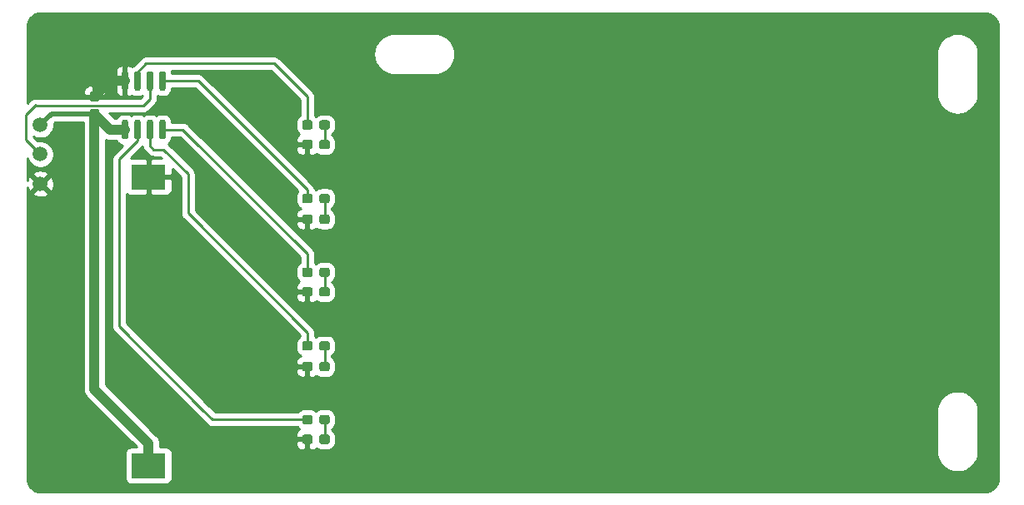
<source format=gbr>
G04 #@! TF.GenerationSoftware,KiCad,Pcbnew,(5.1.4)-1*
G04 #@! TF.CreationDate,2020-07-15T08:52:25-04:00*
G04 #@! TF.ProjectId,LoquatiousOfBored,4c6f7175-6174-4696-9f75-734f66426f72,rev?*
G04 #@! TF.SameCoordinates,Original*
G04 #@! TF.FileFunction,Copper,L1,Top*
G04 #@! TF.FilePolarity,Positive*
%FSLAX46Y46*%
G04 Gerber Fmt 4.6, Leading zero omitted, Abs format (unit mm)*
G04 Created by KiCad (PCBNEW (5.1.4)-1) date 2020-07-15 08:52:25*
%MOMM*%
%LPD*%
G04 APERTURE LIST*
%ADD10R,3.510000X2.540000*%
%ADD11C,0.100000*%
%ADD12C,0.600000*%
%ADD13C,0.950000*%
%ADD14C,1.500000*%
%ADD15C,0.250000*%
%ADD16C,1.000000*%
%ADD17C,0.500000*%
%ADD18C,0.254000*%
G04 APERTURE END LIST*
D10*
X63000000Y-67320000D03*
X63000000Y-96680000D03*
D11*
G36*
X60759703Y-56550722D02*
G01*
X60774264Y-56552882D01*
X60788543Y-56556459D01*
X60802403Y-56561418D01*
X60815710Y-56567712D01*
X60828336Y-56575280D01*
X60840159Y-56584048D01*
X60851066Y-56593934D01*
X60860952Y-56604841D01*
X60869720Y-56616664D01*
X60877288Y-56629290D01*
X60883582Y-56642597D01*
X60888541Y-56656457D01*
X60892118Y-56670736D01*
X60894278Y-56685297D01*
X60895000Y-56700000D01*
X60895000Y-58350000D01*
X60894278Y-58364703D01*
X60892118Y-58379264D01*
X60888541Y-58393543D01*
X60883582Y-58407403D01*
X60877288Y-58420710D01*
X60869720Y-58433336D01*
X60860952Y-58445159D01*
X60851066Y-58456066D01*
X60840159Y-58465952D01*
X60828336Y-58474720D01*
X60815710Y-58482288D01*
X60802403Y-58488582D01*
X60788543Y-58493541D01*
X60774264Y-58497118D01*
X60759703Y-58499278D01*
X60745000Y-58500000D01*
X60445000Y-58500000D01*
X60430297Y-58499278D01*
X60415736Y-58497118D01*
X60401457Y-58493541D01*
X60387597Y-58488582D01*
X60374290Y-58482288D01*
X60361664Y-58474720D01*
X60349841Y-58465952D01*
X60338934Y-58456066D01*
X60329048Y-58445159D01*
X60320280Y-58433336D01*
X60312712Y-58420710D01*
X60306418Y-58407403D01*
X60301459Y-58393543D01*
X60297882Y-58379264D01*
X60295722Y-58364703D01*
X60295000Y-58350000D01*
X60295000Y-56700000D01*
X60295722Y-56685297D01*
X60297882Y-56670736D01*
X60301459Y-56656457D01*
X60306418Y-56642597D01*
X60312712Y-56629290D01*
X60320280Y-56616664D01*
X60329048Y-56604841D01*
X60338934Y-56593934D01*
X60349841Y-56584048D01*
X60361664Y-56575280D01*
X60374290Y-56567712D01*
X60387597Y-56561418D01*
X60401457Y-56556459D01*
X60415736Y-56552882D01*
X60430297Y-56550722D01*
X60445000Y-56550000D01*
X60745000Y-56550000D01*
X60759703Y-56550722D01*
X60759703Y-56550722D01*
G37*
D12*
X60595000Y-57525000D03*
D11*
G36*
X62029703Y-56550722D02*
G01*
X62044264Y-56552882D01*
X62058543Y-56556459D01*
X62072403Y-56561418D01*
X62085710Y-56567712D01*
X62098336Y-56575280D01*
X62110159Y-56584048D01*
X62121066Y-56593934D01*
X62130952Y-56604841D01*
X62139720Y-56616664D01*
X62147288Y-56629290D01*
X62153582Y-56642597D01*
X62158541Y-56656457D01*
X62162118Y-56670736D01*
X62164278Y-56685297D01*
X62165000Y-56700000D01*
X62165000Y-58350000D01*
X62164278Y-58364703D01*
X62162118Y-58379264D01*
X62158541Y-58393543D01*
X62153582Y-58407403D01*
X62147288Y-58420710D01*
X62139720Y-58433336D01*
X62130952Y-58445159D01*
X62121066Y-58456066D01*
X62110159Y-58465952D01*
X62098336Y-58474720D01*
X62085710Y-58482288D01*
X62072403Y-58488582D01*
X62058543Y-58493541D01*
X62044264Y-58497118D01*
X62029703Y-58499278D01*
X62015000Y-58500000D01*
X61715000Y-58500000D01*
X61700297Y-58499278D01*
X61685736Y-58497118D01*
X61671457Y-58493541D01*
X61657597Y-58488582D01*
X61644290Y-58482288D01*
X61631664Y-58474720D01*
X61619841Y-58465952D01*
X61608934Y-58456066D01*
X61599048Y-58445159D01*
X61590280Y-58433336D01*
X61582712Y-58420710D01*
X61576418Y-58407403D01*
X61571459Y-58393543D01*
X61567882Y-58379264D01*
X61565722Y-58364703D01*
X61565000Y-58350000D01*
X61565000Y-56700000D01*
X61565722Y-56685297D01*
X61567882Y-56670736D01*
X61571459Y-56656457D01*
X61576418Y-56642597D01*
X61582712Y-56629290D01*
X61590280Y-56616664D01*
X61599048Y-56604841D01*
X61608934Y-56593934D01*
X61619841Y-56584048D01*
X61631664Y-56575280D01*
X61644290Y-56567712D01*
X61657597Y-56561418D01*
X61671457Y-56556459D01*
X61685736Y-56552882D01*
X61700297Y-56550722D01*
X61715000Y-56550000D01*
X62015000Y-56550000D01*
X62029703Y-56550722D01*
X62029703Y-56550722D01*
G37*
D12*
X61865000Y-57525000D03*
D11*
G36*
X63299703Y-56550722D02*
G01*
X63314264Y-56552882D01*
X63328543Y-56556459D01*
X63342403Y-56561418D01*
X63355710Y-56567712D01*
X63368336Y-56575280D01*
X63380159Y-56584048D01*
X63391066Y-56593934D01*
X63400952Y-56604841D01*
X63409720Y-56616664D01*
X63417288Y-56629290D01*
X63423582Y-56642597D01*
X63428541Y-56656457D01*
X63432118Y-56670736D01*
X63434278Y-56685297D01*
X63435000Y-56700000D01*
X63435000Y-58350000D01*
X63434278Y-58364703D01*
X63432118Y-58379264D01*
X63428541Y-58393543D01*
X63423582Y-58407403D01*
X63417288Y-58420710D01*
X63409720Y-58433336D01*
X63400952Y-58445159D01*
X63391066Y-58456066D01*
X63380159Y-58465952D01*
X63368336Y-58474720D01*
X63355710Y-58482288D01*
X63342403Y-58488582D01*
X63328543Y-58493541D01*
X63314264Y-58497118D01*
X63299703Y-58499278D01*
X63285000Y-58500000D01*
X62985000Y-58500000D01*
X62970297Y-58499278D01*
X62955736Y-58497118D01*
X62941457Y-58493541D01*
X62927597Y-58488582D01*
X62914290Y-58482288D01*
X62901664Y-58474720D01*
X62889841Y-58465952D01*
X62878934Y-58456066D01*
X62869048Y-58445159D01*
X62860280Y-58433336D01*
X62852712Y-58420710D01*
X62846418Y-58407403D01*
X62841459Y-58393543D01*
X62837882Y-58379264D01*
X62835722Y-58364703D01*
X62835000Y-58350000D01*
X62835000Y-56700000D01*
X62835722Y-56685297D01*
X62837882Y-56670736D01*
X62841459Y-56656457D01*
X62846418Y-56642597D01*
X62852712Y-56629290D01*
X62860280Y-56616664D01*
X62869048Y-56604841D01*
X62878934Y-56593934D01*
X62889841Y-56584048D01*
X62901664Y-56575280D01*
X62914290Y-56567712D01*
X62927597Y-56561418D01*
X62941457Y-56556459D01*
X62955736Y-56552882D01*
X62970297Y-56550722D01*
X62985000Y-56550000D01*
X63285000Y-56550000D01*
X63299703Y-56550722D01*
X63299703Y-56550722D01*
G37*
D12*
X63135000Y-57525000D03*
D11*
G36*
X64569703Y-56550722D02*
G01*
X64584264Y-56552882D01*
X64598543Y-56556459D01*
X64612403Y-56561418D01*
X64625710Y-56567712D01*
X64638336Y-56575280D01*
X64650159Y-56584048D01*
X64661066Y-56593934D01*
X64670952Y-56604841D01*
X64679720Y-56616664D01*
X64687288Y-56629290D01*
X64693582Y-56642597D01*
X64698541Y-56656457D01*
X64702118Y-56670736D01*
X64704278Y-56685297D01*
X64705000Y-56700000D01*
X64705000Y-58350000D01*
X64704278Y-58364703D01*
X64702118Y-58379264D01*
X64698541Y-58393543D01*
X64693582Y-58407403D01*
X64687288Y-58420710D01*
X64679720Y-58433336D01*
X64670952Y-58445159D01*
X64661066Y-58456066D01*
X64650159Y-58465952D01*
X64638336Y-58474720D01*
X64625710Y-58482288D01*
X64612403Y-58488582D01*
X64598543Y-58493541D01*
X64584264Y-58497118D01*
X64569703Y-58499278D01*
X64555000Y-58500000D01*
X64255000Y-58500000D01*
X64240297Y-58499278D01*
X64225736Y-58497118D01*
X64211457Y-58493541D01*
X64197597Y-58488582D01*
X64184290Y-58482288D01*
X64171664Y-58474720D01*
X64159841Y-58465952D01*
X64148934Y-58456066D01*
X64139048Y-58445159D01*
X64130280Y-58433336D01*
X64122712Y-58420710D01*
X64116418Y-58407403D01*
X64111459Y-58393543D01*
X64107882Y-58379264D01*
X64105722Y-58364703D01*
X64105000Y-58350000D01*
X64105000Y-56700000D01*
X64105722Y-56685297D01*
X64107882Y-56670736D01*
X64111459Y-56656457D01*
X64116418Y-56642597D01*
X64122712Y-56629290D01*
X64130280Y-56616664D01*
X64139048Y-56604841D01*
X64148934Y-56593934D01*
X64159841Y-56584048D01*
X64171664Y-56575280D01*
X64184290Y-56567712D01*
X64197597Y-56561418D01*
X64211457Y-56556459D01*
X64225736Y-56552882D01*
X64240297Y-56550722D01*
X64255000Y-56550000D01*
X64555000Y-56550000D01*
X64569703Y-56550722D01*
X64569703Y-56550722D01*
G37*
D12*
X64405000Y-57525000D03*
D11*
G36*
X64569703Y-61500722D02*
G01*
X64584264Y-61502882D01*
X64598543Y-61506459D01*
X64612403Y-61511418D01*
X64625710Y-61517712D01*
X64638336Y-61525280D01*
X64650159Y-61534048D01*
X64661066Y-61543934D01*
X64670952Y-61554841D01*
X64679720Y-61566664D01*
X64687288Y-61579290D01*
X64693582Y-61592597D01*
X64698541Y-61606457D01*
X64702118Y-61620736D01*
X64704278Y-61635297D01*
X64705000Y-61650000D01*
X64705000Y-63300000D01*
X64704278Y-63314703D01*
X64702118Y-63329264D01*
X64698541Y-63343543D01*
X64693582Y-63357403D01*
X64687288Y-63370710D01*
X64679720Y-63383336D01*
X64670952Y-63395159D01*
X64661066Y-63406066D01*
X64650159Y-63415952D01*
X64638336Y-63424720D01*
X64625710Y-63432288D01*
X64612403Y-63438582D01*
X64598543Y-63443541D01*
X64584264Y-63447118D01*
X64569703Y-63449278D01*
X64555000Y-63450000D01*
X64255000Y-63450000D01*
X64240297Y-63449278D01*
X64225736Y-63447118D01*
X64211457Y-63443541D01*
X64197597Y-63438582D01*
X64184290Y-63432288D01*
X64171664Y-63424720D01*
X64159841Y-63415952D01*
X64148934Y-63406066D01*
X64139048Y-63395159D01*
X64130280Y-63383336D01*
X64122712Y-63370710D01*
X64116418Y-63357403D01*
X64111459Y-63343543D01*
X64107882Y-63329264D01*
X64105722Y-63314703D01*
X64105000Y-63300000D01*
X64105000Y-61650000D01*
X64105722Y-61635297D01*
X64107882Y-61620736D01*
X64111459Y-61606457D01*
X64116418Y-61592597D01*
X64122712Y-61579290D01*
X64130280Y-61566664D01*
X64139048Y-61554841D01*
X64148934Y-61543934D01*
X64159841Y-61534048D01*
X64171664Y-61525280D01*
X64184290Y-61517712D01*
X64197597Y-61511418D01*
X64211457Y-61506459D01*
X64225736Y-61502882D01*
X64240297Y-61500722D01*
X64255000Y-61500000D01*
X64555000Y-61500000D01*
X64569703Y-61500722D01*
X64569703Y-61500722D01*
G37*
D12*
X64405000Y-62475000D03*
D11*
G36*
X63299703Y-61500722D02*
G01*
X63314264Y-61502882D01*
X63328543Y-61506459D01*
X63342403Y-61511418D01*
X63355710Y-61517712D01*
X63368336Y-61525280D01*
X63380159Y-61534048D01*
X63391066Y-61543934D01*
X63400952Y-61554841D01*
X63409720Y-61566664D01*
X63417288Y-61579290D01*
X63423582Y-61592597D01*
X63428541Y-61606457D01*
X63432118Y-61620736D01*
X63434278Y-61635297D01*
X63435000Y-61650000D01*
X63435000Y-63300000D01*
X63434278Y-63314703D01*
X63432118Y-63329264D01*
X63428541Y-63343543D01*
X63423582Y-63357403D01*
X63417288Y-63370710D01*
X63409720Y-63383336D01*
X63400952Y-63395159D01*
X63391066Y-63406066D01*
X63380159Y-63415952D01*
X63368336Y-63424720D01*
X63355710Y-63432288D01*
X63342403Y-63438582D01*
X63328543Y-63443541D01*
X63314264Y-63447118D01*
X63299703Y-63449278D01*
X63285000Y-63450000D01*
X62985000Y-63450000D01*
X62970297Y-63449278D01*
X62955736Y-63447118D01*
X62941457Y-63443541D01*
X62927597Y-63438582D01*
X62914290Y-63432288D01*
X62901664Y-63424720D01*
X62889841Y-63415952D01*
X62878934Y-63406066D01*
X62869048Y-63395159D01*
X62860280Y-63383336D01*
X62852712Y-63370710D01*
X62846418Y-63357403D01*
X62841459Y-63343543D01*
X62837882Y-63329264D01*
X62835722Y-63314703D01*
X62835000Y-63300000D01*
X62835000Y-61650000D01*
X62835722Y-61635297D01*
X62837882Y-61620736D01*
X62841459Y-61606457D01*
X62846418Y-61592597D01*
X62852712Y-61579290D01*
X62860280Y-61566664D01*
X62869048Y-61554841D01*
X62878934Y-61543934D01*
X62889841Y-61534048D01*
X62901664Y-61525280D01*
X62914290Y-61517712D01*
X62927597Y-61511418D01*
X62941457Y-61506459D01*
X62955736Y-61502882D01*
X62970297Y-61500722D01*
X62985000Y-61500000D01*
X63285000Y-61500000D01*
X63299703Y-61500722D01*
X63299703Y-61500722D01*
G37*
D12*
X63135000Y-62475000D03*
D11*
G36*
X62029703Y-61500722D02*
G01*
X62044264Y-61502882D01*
X62058543Y-61506459D01*
X62072403Y-61511418D01*
X62085710Y-61517712D01*
X62098336Y-61525280D01*
X62110159Y-61534048D01*
X62121066Y-61543934D01*
X62130952Y-61554841D01*
X62139720Y-61566664D01*
X62147288Y-61579290D01*
X62153582Y-61592597D01*
X62158541Y-61606457D01*
X62162118Y-61620736D01*
X62164278Y-61635297D01*
X62165000Y-61650000D01*
X62165000Y-63300000D01*
X62164278Y-63314703D01*
X62162118Y-63329264D01*
X62158541Y-63343543D01*
X62153582Y-63357403D01*
X62147288Y-63370710D01*
X62139720Y-63383336D01*
X62130952Y-63395159D01*
X62121066Y-63406066D01*
X62110159Y-63415952D01*
X62098336Y-63424720D01*
X62085710Y-63432288D01*
X62072403Y-63438582D01*
X62058543Y-63443541D01*
X62044264Y-63447118D01*
X62029703Y-63449278D01*
X62015000Y-63450000D01*
X61715000Y-63450000D01*
X61700297Y-63449278D01*
X61685736Y-63447118D01*
X61671457Y-63443541D01*
X61657597Y-63438582D01*
X61644290Y-63432288D01*
X61631664Y-63424720D01*
X61619841Y-63415952D01*
X61608934Y-63406066D01*
X61599048Y-63395159D01*
X61590280Y-63383336D01*
X61582712Y-63370710D01*
X61576418Y-63357403D01*
X61571459Y-63343543D01*
X61567882Y-63329264D01*
X61565722Y-63314703D01*
X61565000Y-63300000D01*
X61565000Y-61650000D01*
X61565722Y-61635297D01*
X61567882Y-61620736D01*
X61571459Y-61606457D01*
X61576418Y-61592597D01*
X61582712Y-61579290D01*
X61590280Y-61566664D01*
X61599048Y-61554841D01*
X61608934Y-61543934D01*
X61619841Y-61534048D01*
X61631664Y-61525280D01*
X61644290Y-61517712D01*
X61657597Y-61511418D01*
X61671457Y-61506459D01*
X61685736Y-61502882D01*
X61700297Y-61500722D01*
X61715000Y-61500000D01*
X62015000Y-61500000D01*
X62029703Y-61500722D01*
X62029703Y-61500722D01*
G37*
D12*
X61865000Y-62475000D03*
D11*
G36*
X60759703Y-61500722D02*
G01*
X60774264Y-61502882D01*
X60788543Y-61506459D01*
X60802403Y-61511418D01*
X60815710Y-61517712D01*
X60828336Y-61525280D01*
X60840159Y-61534048D01*
X60851066Y-61543934D01*
X60860952Y-61554841D01*
X60869720Y-61566664D01*
X60877288Y-61579290D01*
X60883582Y-61592597D01*
X60888541Y-61606457D01*
X60892118Y-61620736D01*
X60894278Y-61635297D01*
X60895000Y-61650000D01*
X60895000Y-63300000D01*
X60894278Y-63314703D01*
X60892118Y-63329264D01*
X60888541Y-63343543D01*
X60883582Y-63357403D01*
X60877288Y-63370710D01*
X60869720Y-63383336D01*
X60860952Y-63395159D01*
X60851066Y-63406066D01*
X60840159Y-63415952D01*
X60828336Y-63424720D01*
X60815710Y-63432288D01*
X60802403Y-63438582D01*
X60788543Y-63443541D01*
X60774264Y-63447118D01*
X60759703Y-63449278D01*
X60745000Y-63450000D01*
X60445000Y-63450000D01*
X60430297Y-63449278D01*
X60415736Y-63447118D01*
X60401457Y-63443541D01*
X60387597Y-63438582D01*
X60374290Y-63432288D01*
X60361664Y-63424720D01*
X60349841Y-63415952D01*
X60338934Y-63406066D01*
X60329048Y-63395159D01*
X60320280Y-63383336D01*
X60312712Y-63370710D01*
X60306418Y-63357403D01*
X60301459Y-63343543D01*
X60297882Y-63329264D01*
X60295722Y-63314703D01*
X60295000Y-63300000D01*
X60295000Y-61650000D01*
X60295722Y-61635297D01*
X60297882Y-61620736D01*
X60301459Y-61606457D01*
X60306418Y-61592597D01*
X60312712Y-61579290D01*
X60320280Y-61566664D01*
X60329048Y-61554841D01*
X60338934Y-61543934D01*
X60349841Y-61534048D01*
X60361664Y-61525280D01*
X60374290Y-61517712D01*
X60387597Y-61511418D01*
X60401457Y-61506459D01*
X60415736Y-61502882D01*
X60430297Y-61500722D01*
X60445000Y-61500000D01*
X60745000Y-61500000D01*
X60759703Y-61500722D01*
X60759703Y-61500722D01*
G37*
D12*
X60595000Y-62475000D03*
D11*
G36*
X57760779Y-58601144D02*
G01*
X57783834Y-58604563D01*
X57806443Y-58610227D01*
X57828387Y-58618079D01*
X57849457Y-58628044D01*
X57869448Y-58640026D01*
X57888168Y-58653910D01*
X57905438Y-58669562D01*
X57921090Y-58686832D01*
X57934974Y-58705552D01*
X57946956Y-58725543D01*
X57956921Y-58746613D01*
X57964773Y-58768557D01*
X57970437Y-58791166D01*
X57973856Y-58814221D01*
X57975000Y-58837500D01*
X57975000Y-59412500D01*
X57973856Y-59435779D01*
X57970437Y-59458834D01*
X57964773Y-59481443D01*
X57956921Y-59503387D01*
X57946956Y-59524457D01*
X57934974Y-59544448D01*
X57921090Y-59563168D01*
X57905438Y-59580438D01*
X57888168Y-59596090D01*
X57869448Y-59609974D01*
X57849457Y-59621956D01*
X57828387Y-59631921D01*
X57806443Y-59639773D01*
X57783834Y-59645437D01*
X57760779Y-59648856D01*
X57737500Y-59650000D01*
X57262500Y-59650000D01*
X57239221Y-59648856D01*
X57216166Y-59645437D01*
X57193557Y-59639773D01*
X57171613Y-59631921D01*
X57150543Y-59621956D01*
X57130552Y-59609974D01*
X57111832Y-59596090D01*
X57094562Y-59580438D01*
X57078910Y-59563168D01*
X57065026Y-59544448D01*
X57053044Y-59524457D01*
X57043079Y-59503387D01*
X57035227Y-59481443D01*
X57029563Y-59458834D01*
X57026144Y-59435779D01*
X57025000Y-59412500D01*
X57025000Y-58837500D01*
X57026144Y-58814221D01*
X57029563Y-58791166D01*
X57035227Y-58768557D01*
X57043079Y-58746613D01*
X57053044Y-58725543D01*
X57065026Y-58705552D01*
X57078910Y-58686832D01*
X57094562Y-58669562D01*
X57111832Y-58653910D01*
X57130552Y-58640026D01*
X57150543Y-58628044D01*
X57171613Y-58618079D01*
X57193557Y-58610227D01*
X57216166Y-58604563D01*
X57239221Y-58601144D01*
X57262500Y-58600000D01*
X57737500Y-58600000D01*
X57760779Y-58601144D01*
X57760779Y-58601144D01*
G37*
D13*
X57500000Y-59125000D03*
D11*
G36*
X57760779Y-60351144D02*
G01*
X57783834Y-60354563D01*
X57806443Y-60360227D01*
X57828387Y-60368079D01*
X57849457Y-60378044D01*
X57869448Y-60390026D01*
X57888168Y-60403910D01*
X57905438Y-60419562D01*
X57921090Y-60436832D01*
X57934974Y-60455552D01*
X57946956Y-60475543D01*
X57956921Y-60496613D01*
X57964773Y-60518557D01*
X57970437Y-60541166D01*
X57973856Y-60564221D01*
X57975000Y-60587500D01*
X57975000Y-61162500D01*
X57973856Y-61185779D01*
X57970437Y-61208834D01*
X57964773Y-61231443D01*
X57956921Y-61253387D01*
X57946956Y-61274457D01*
X57934974Y-61294448D01*
X57921090Y-61313168D01*
X57905438Y-61330438D01*
X57888168Y-61346090D01*
X57869448Y-61359974D01*
X57849457Y-61371956D01*
X57828387Y-61381921D01*
X57806443Y-61389773D01*
X57783834Y-61395437D01*
X57760779Y-61398856D01*
X57737500Y-61400000D01*
X57262500Y-61400000D01*
X57239221Y-61398856D01*
X57216166Y-61395437D01*
X57193557Y-61389773D01*
X57171613Y-61381921D01*
X57150543Y-61371956D01*
X57130552Y-61359974D01*
X57111832Y-61346090D01*
X57094562Y-61330438D01*
X57078910Y-61313168D01*
X57065026Y-61294448D01*
X57053044Y-61274457D01*
X57043079Y-61253387D01*
X57035227Y-61231443D01*
X57029563Y-61208834D01*
X57026144Y-61185779D01*
X57025000Y-61162500D01*
X57025000Y-60587500D01*
X57026144Y-60564221D01*
X57029563Y-60541166D01*
X57035227Y-60518557D01*
X57043079Y-60496613D01*
X57053044Y-60475543D01*
X57065026Y-60455552D01*
X57078910Y-60436832D01*
X57094562Y-60419562D01*
X57111832Y-60403910D01*
X57130552Y-60390026D01*
X57150543Y-60378044D01*
X57171613Y-60368079D01*
X57193557Y-60360227D01*
X57216166Y-60354563D01*
X57239221Y-60351144D01*
X57262500Y-60350000D01*
X57737500Y-60350000D01*
X57760779Y-60351144D01*
X57760779Y-60351144D01*
G37*
D13*
X57500000Y-60875000D03*
D11*
G36*
X79435779Y-84026144D02*
G01*
X79458834Y-84029563D01*
X79481443Y-84035227D01*
X79503387Y-84043079D01*
X79524457Y-84053044D01*
X79544448Y-84065026D01*
X79563168Y-84078910D01*
X79580438Y-84094562D01*
X79596090Y-84111832D01*
X79609974Y-84130552D01*
X79621956Y-84150543D01*
X79631921Y-84171613D01*
X79639773Y-84193557D01*
X79645437Y-84216166D01*
X79648856Y-84239221D01*
X79650000Y-84262500D01*
X79650000Y-84737500D01*
X79648856Y-84760779D01*
X79645437Y-84783834D01*
X79639773Y-84806443D01*
X79631921Y-84828387D01*
X79621956Y-84849457D01*
X79609974Y-84869448D01*
X79596090Y-84888168D01*
X79580438Y-84905438D01*
X79563168Y-84921090D01*
X79544448Y-84934974D01*
X79524457Y-84946956D01*
X79503387Y-84956921D01*
X79481443Y-84964773D01*
X79458834Y-84970437D01*
X79435779Y-84973856D01*
X79412500Y-84975000D01*
X78837500Y-84975000D01*
X78814221Y-84973856D01*
X78791166Y-84970437D01*
X78768557Y-84964773D01*
X78746613Y-84956921D01*
X78725543Y-84946956D01*
X78705552Y-84934974D01*
X78686832Y-84921090D01*
X78669562Y-84905438D01*
X78653910Y-84888168D01*
X78640026Y-84869448D01*
X78628044Y-84849457D01*
X78618079Y-84828387D01*
X78610227Y-84806443D01*
X78604563Y-84783834D01*
X78601144Y-84760779D01*
X78600000Y-84737500D01*
X78600000Y-84262500D01*
X78601144Y-84239221D01*
X78604563Y-84216166D01*
X78610227Y-84193557D01*
X78618079Y-84171613D01*
X78628044Y-84150543D01*
X78640026Y-84130552D01*
X78653910Y-84111832D01*
X78669562Y-84094562D01*
X78686832Y-84078910D01*
X78705552Y-84065026D01*
X78725543Y-84053044D01*
X78746613Y-84043079D01*
X78768557Y-84035227D01*
X78791166Y-84029563D01*
X78814221Y-84026144D01*
X78837500Y-84025000D01*
X79412500Y-84025000D01*
X79435779Y-84026144D01*
X79435779Y-84026144D01*
G37*
D13*
X79125000Y-84500000D03*
D11*
G36*
X81185779Y-84026144D02*
G01*
X81208834Y-84029563D01*
X81231443Y-84035227D01*
X81253387Y-84043079D01*
X81274457Y-84053044D01*
X81294448Y-84065026D01*
X81313168Y-84078910D01*
X81330438Y-84094562D01*
X81346090Y-84111832D01*
X81359974Y-84130552D01*
X81371956Y-84150543D01*
X81381921Y-84171613D01*
X81389773Y-84193557D01*
X81395437Y-84216166D01*
X81398856Y-84239221D01*
X81400000Y-84262500D01*
X81400000Y-84737500D01*
X81398856Y-84760779D01*
X81395437Y-84783834D01*
X81389773Y-84806443D01*
X81381921Y-84828387D01*
X81371956Y-84849457D01*
X81359974Y-84869448D01*
X81346090Y-84888168D01*
X81330438Y-84905438D01*
X81313168Y-84921090D01*
X81294448Y-84934974D01*
X81274457Y-84946956D01*
X81253387Y-84956921D01*
X81231443Y-84964773D01*
X81208834Y-84970437D01*
X81185779Y-84973856D01*
X81162500Y-84975000D01*
X80587500Y-84975000D01*
X80564221Y-84973856D01*
X80541166Y-84970437D01*
X80518557Y-84964773D01*
X80496613Y-84956921D01*
X80475543Y-84946956D01*
X80455552Y-84934974D01*
X80436832Y-84921090D01*
X80419562Y-84905438D01*
X80403910Y-84888168D01*
X80390026Y-84869448D01*
X80378044Y-84849457D01*
X80368079Y-84828387D01*
X80360227Y-84806443D01*
X80354563Y-84783834D01*
X80351144Y-84760779D01*
X80350000Y-84737500D01*
X80350000Y-84262500D01*
X80351144Y-84239221D01*
X80354563Y-84216166D01*
X80360227Y-84193557D01*
X80368079Y-84171613D01*
X80378044Y-84150543D01*
X80390026Y-84130552D01*
X80403910Y-84111832D01*
X80419562Y-84094562D01*
X80436832Y-84078910D01*
X80455552Y-84065026D01*
X80475543Y-84053044D01*
X80496613Y-84043079D01*
X80518557Y-84035227D01*
X80541166Y-84029563D01*
X80564221Y-84026144D01*
X80587500Y-84025000D01*
X81162500Y-84025000D01*
X81185779Y-84026144D01*
X81185779Y-84026144D01*
G37*
D13*
X80875000Y-84500000D03*
D11*
G36*
X79435779Y-91526144D02*
G01*
X79458834Y-91529563D01*
X79481443Y-91535227D01*
X79503387Y-91543079D01*
X79524457Y-91553044D01*
X79544448Y-91565026D01*
X79563168Y-91578910D01*
X79580438Y-91594562D01*
X79596090Y-91611832D01*
X79609974Y-91630552D01*
X79621956Y-91650543D01*
X79631921Y-91671613D01*
X79639773Y-91693557D01*
X79645437Y-91716166D01*
X79648856Y-91739221D01*
X79650000Y-91762500D01*
X79650000Y-92237500D01*
X79648856Y-92260779D01*
X79645437Y-92283834D01*
X79639773Y-92306443D01*
X79631921Y-92328387D01*
X79621956Y-92349457D01*
X79609974Y-92369448D01*
X79596090Y-92388168D01*
X79580438Y-92405438D01*
X79563168Y-92421090D01*
X79544448Y-92434974D01*
X79524457Y-92446956D01*
X79503387Y-92456921D01*
X79481443Y-92464773D01*
X79458834Y-92470437D01*
X79435779Y-92473856D01*
X79412500Y-92475000D01*
X78837500Y-92475000D01*
X78814221Y-92473856D01*
X78791166Y-92470437D01*
X78768557Y-92464773D01*
X78746613Y-92456921D01*
X78725543Y-92446956D01*
X78705552Y-92434974D01*
X78686832Y-92421090D01*
X78669562Y-92405438D01*
X78653910Y-92388168D01*
X78640026Y-92369448D01*
X78628044Y-92349457D01*
X78618079Y-92328387D01*
X78610227Y-92306443D01*
X78604563Y-92283834D01*
X78601144Y-92260779D01*
X78600000Y-92237500D01*
X78600000Y-91762500D01*
X78601144Y-91739221D01*
X78604563Y-91716166D01*
X78610227Y-91693557D01*
X78618079Y-91671613D01*
X78628044Y-91650543D01*
X78640026Y-91630552D01*
X78653910Y-91611832D01*
X78669562Y-91594562D01*
X78686832Y-91578910D01*
X78705552Y-91565026D01*
X78725543Y-91553044D01*
X78746613Y-91543079D01*
X78768557Y-91535227D01*
X78791166Y-91529563D01*
X78814221Y-91526144D01*
X78837500Y-91525000D01*
X79412500Y-91525000D01*
X79435779Y-91526144D01*
X79435779Y-91526144D01*
G37*
D13*
X79125000Y-92000000D03*
D11*
G36*
X81185779Y-91526144D02*
G01*
X81208834Y-91529563D01*
X81231443Y-91535227D01*
X81253387Y-91543079D01*
X81274457Y-91553044D01*
X81294448Y-91565026D01*
X81313168Y-91578910D01*
X81330438Y-91594562D01*
X81346090Y-91611832D01*
X81359974Y-91630552D01*
X81371956Y-91650543D01*
X81381921Y-91671613D01*
X81389773Y-91693557D01*
X81395437Y-91716166D01*
X81398856Y-91739221D01*
X81400000Y-91762500D01*
X81400000Y-92237500D01*
X81398856Y-92260779D01*
X81395437Y-92283834D01*
X81389773Y-92306443D01*
X81381921Y-92328387D01*
X81371956Y-92349457D01*
X81359974Y-92369448D01*
X81346090Y-92388168D01*
X81330438Y-92405438D01*
X81313168Y-92421090D01*
X81294448Y-92434974D01*
X81274457Y-92446956D01*
X81253387Y-92456921D01*
X81231443Y-92464773D01*
X81208834Y-92470437D01*
X81185779Y-92473856D01*
X81162500Y-92475000D01*
X80587500Y-92475000D01*
X80564221Y-92473856D01*
X80541166Y-92470437D01*
X80518557Y-92464773D01*
X80496613Y-92456921D01*
X80475543Y-92446956D01*
X80455552Y-92434974D01*
X80436832Y-92421090D01*
X80419562Y-92405438D01*
X80403910Y-92388168D01*
X80390026Y-92369448D01*
X80378044Y-92349457D01*
X80368079Y-92328387D01*
X80360227Y-92306443D01*
X80354563Y-92283834D01*
X80351144Y-92260779D01*
X80350000Y-92237500D01*
X80350000Y-91762500D01*
X80351144Y-91739221D01*
X80354563Y-91716166D01*
X80360227Y-91693557D01*
X80368079Y-91671613D01*
X80378044Y-91650543D01*
X80390026Y-91630552D01*
X80403910Y-91611832D01*
X80419562Y-91594562D01*
X80436832Y-91578910D01*
X80455552Y-91565026D01*
X80475543Y-91553044D01*
X80496613Y-91543079D01*
X80518557Y-91535227D01*
X80541166Y-91529563D01*
X80564221Y-91526144D01*
X80587500Y-91525000D01*
X81162500Y-91525000D01*
X81185779Y-91526144D01*
X81185779Y-91526144D01*
G37*
D13*
X80875000Y-92000000D03*
D11*
G36*
X79435779Y-61526144D02*
G01*
X79458834Y-61529563D01*
X79481443Y-61535227D01*
X79503387Y-61543079D01*
X79524457Y-61553044D01*
X79544448Y-61565026D01*
X79563168Y-61578910D01*
X79580438Y-61594562D01*
X79596090Y-61611832D01*
X79609974Y-61630552D01*
X79621956Y-61650543D01*
X79631921Y-61671613D01*
X79639773Y-61693557D01*
X79645437Y-61716166D01*
X79648856Y-61739221D01*
X79650000Y-61762500D01*
X79650000Y-62237500D01*
X79648856Y-62260779D01*
X79645437Y-62283834D01*
X79639773Y-62306443D01*
X79631921Y-62328387D01*
X79621956Y-62349457D01*
X79609974Y-62369448D01*
X79596090Y-62388168D01*
X79580438Y-62405438D01*
X79563168Y-62421090D01*
X79544448Y-62434974D01*
X79524457Y-62446956D01*
X79503387Y-62456921D01*
X79481443Y-62464773D01*
X79458834Y-62470437D01*
X79435779Y-62473856D01*
X79412500Y-62475000D01*
X78837500Y-62475000D01*
X78814221Y-62473856D01*
X78791166Y-62470437D01*
X78768557Y-62464773D01*
X78746613Y-62456921D01*
X78725543Y-62446956D01*
X78705552Y-62434974D01*
X78686832Y-62421090D01*
X78669562Y-62405438D01*
X78653910Y-62388168D01*
X78640026Y-62369448D01*
X78628044Y-62349457D01*
X78618079Y-62328387D01*
X78610227Y-62306443D01*
X78604563Y-62283834D01*
X78601144Y-62260779D01*
X78600000Y-62237500D01*
X78600000Y-61762500D01*
X78601144Y-61739221D01*
X78604563Y-61716166D01*
X78610227Y-61693557D01*
X78618079Y-61671613D01*
X78628044Y-61650543D01*
X78640026Y-61630552D01*
X78653910Y-61611832D01*
X78669562Y-61594562D01*
X78686832Y-61578910D01*
X78705552Y-61565026D01*
X78725543Y-61553044D01*
X78746613Y-61543079D01*
X78768557Y-61535227D01*
X78791166Y-61529563D01*
X78814221Y-61526144D01*
X78837500Y-61525000D01*
X79412500Y-61525000D01*
X79435779Y-61526144D01*
X79435779Y-61526144D01*
G37*
D13*
X79125000Y-62000000D03*
D11*
G36*
X81185779Y-61526144D02*
G01*
X81208834Y-61529563D01*
X81231443Y-61535227D01*
X81253387Y-61543079D01*
X81274457Y-61553044D01*
X81294448Y-61565026D01*
X81313168Y-61578910D01*
X81330438Y-61594562D01*
X81346090Y-61611832D01*
X81359974Y-61630552D01*
X81371956Y-61650543D01*
X81381921Y-61671613D01*
X81389773Y-61693557D01*
X81395437Y-61716166D01*
X81398856Y-61739221D01*
X81400000Y-61762500D01*
X81400000Y-62237500D01*
X81398856Y-62260779D01*
X81395437Y-62283834D01*
X81389773Y-62306443D01*
X81381921Y-62328387D01*
X81371956Y-62349457D01*
X81359974Y-62369448D01*
X81346090Y-62388168D01*
X81330438Y-62405438D01*
X81313168Y-62421090D01*
X81294448Y-62434974D01*
X81274457Y-62446956D01*
X81253387Y-62456921D01*
X81231443Y-62464773D01*
X81208834Y-62470437D01*
X81185779Y-62473856D01*
X81162500Y-62475000D01*
X80587500Y-62475000D01*
X80564221Y-62473856D01*
X80541166Y-62470437D01*
X80518557Y-62464773D01*
X80496613Y-62456921D01*
X80475543Y-62446956D01*
X80455552Y-62434974D01*
X80436832Y-62421090D01*
X80419562Y-62405438D01*
X80403910Y-62388168D01*
X80390026Y-62369448D01*
X80378044Y-62349457D01*
X80368079Y-62328387D01*
X80360227Y-62306443D01*
X80354563Y-62283834D01*
X80351144Y-62260779D01*
X80350000Y-62237500D01*
X80350000Y-61762500D01*
X80351144Y-61739221D01*
X80354563Y-61716166D01*
X80360227Y-61693557D01*
X80368079Y-61671613D01*
X80378044Y-61650543D01*
X80390026Y-61630552D01*
X80403910Y-61611832D01*
X80419562Y-61594562D01*
X80436832Y-61578910D01*
X80455552Y-61565026D01*
X80475543Y-61553044D01*
X80496613Y-61543079D01*
X80518557Y-61535227D01*
X80541166Y-61529563D01*
X80564221Y-61526144D01*
X80587500Y-61525000D01*
X81162500Y-61525000D01*
X81185779Y-61526144D01*
X81185779Y-61526144D01*
G37*
D13*
X80875000Y-62000000D03*
D11*
G36*
X79435779Y-69026144D02*
G01*
X79458834Y-69029563D01*
X79481443Y-69035227D01*
X79503387Y-69043079D01*
X79524457Y-69053044D01*
X79544448Y-69065026D01*
X79563168Y-69078910D01*
X79580438Y-69094562D01*
X79596090Y-69111832D01*
X79609974Y-69130552D01*
X79621956Y-69150543D01*
X79631921Y-69171613D01*
X79639773Y-69193557D01*
X79645437Y-69216166D01*
X79648856Y-69239221D01*
X79650000Y-69262500D01*
X79650000Y-69737500D01*
X79648856Y-69760779D01*
X79645437Y-69783834D01*
X79639773Y-69806443D01*
X79631921Y-69828387D01*
X79621956Y-69849457D01*
X79609974Y-69869448D01*
X79596090Y-69888168D01*
X79580438Y-69905438D01*
X79563168Y-69921090D01*
X79544448Y-69934974D01*
X79524457Y-69946956D01*
X79503387Y-69956921D01*
X79481443Y-69964773D01*
X79458834Y-69970437D01*
X79435779Y-69973856D01*
X79412500Y-69975000D01*
X78837500Y-69975000D01*
X78814221Y-69973856D01*
X78791166Y-69970437D01*
X78768557Y-69964773D01*
X78746613Y-69956921D01*
X78725543Y-69946956D01*
X78705552Y-69934974D01*
X78686832Y-69921090D01*
X78669562Y-69905438D01*
X78653910Y-69888168D01*
X78640026Y-69869448D01*
X78628044Y-69849457D01*
X78618079Y-69828387D01*
X78610227Y-69806443D01*
X78604563Y-69783834D01*
X78601144Y-69760779D01*
X78600000Y-69737500D01*
X78600000Y-69262500D01*
X78601144Y-69239221D01*
X78604563Y-69216166D01*
X78610227Y-69193557D01*
X78618079Y-69171613D01*
X78628044Y-69150543D01*
X78640026Y-69130552D01*
X78653910Y-69111832D01*
X78669562Y-69094562D01*
X78686832Y-69078910D01*
X78705552Y-69065026D01*
X78725543Y-69053044D01*
X78746613Y-69043079D01*
X78768557Y-69035227D01*
X78791166Y-69029563D01*
X78814221Y-69026144D01*
X78837500Y-69025000D01*
X79412500Y-69025000D01*
X79435779Y-69026144D01*
X79435779Y-69026144D01*
G37*
D13*
X79125000Y-69500000D03*
D11*
G36*
X81185779Y-69026144D02*
G01*
X81208834Y-69029563D01*
X81231443Y-69035227D01*
X81253387Y-69043079D01*
X81274457Y-69053044D01*
X81294448Y-69065026D01*
X81313168Y-69078910D01*
X81330438Y-69094562D01*
X81346090Y-69111832D01*
X81359974Y-69130552D01*
X81371956Y-69150543D01*
X81381921Y-69171613D01*
X81389773Y-69193557D01*
X81395437Y-69216166D01*
X81398856Y-69239221D01*
X81400000Y-69262500D01*
X81400000Y-69737500D01*
X81398856Y-69760779D01*
X81395437Y-69783834D01*
X81389773Y-69806443D01*
X81381921Y-69828387D01*
X81371956Y-69849457D01*
X81359974Y-69869448D01*
X81346090Y-69888168D01*
X81330438Y-69905438D01*
X81313168Y-69921090D01*
X81294448Y-69934974D01*
X81274457Y-69946956D01*
X81253387Y-69956921D01*
X81231443Y-69964773D01*
X81208834Y-69970437D01*
X81185779Y-69973856D01*
X81162500Y-69975000D01*
X80587500Y-69975000D01*
X80564221Y-69973856D01*
X80541166Y-69970437D01*
X80518557Y-69964773D01*
X80496613Y-69956921D01*
X80475543Y-69946956D01*
X80455552Y-69934974D01*
X80436832Y-69921090D01*
X80419562Y-69905438D01*
X80403910Y-69888168D01*
X80390026Y-69869448D01*
X80378044Y-69849457D01*
X80368079Y-69828387D01*
X80360227Y-69806443D01*
X80354563Y-69783834D01*
X80351144Y-69760779D01*
X80350000Y-69737500D01*
X80350000Y-69262500D01*
X80351144Y-69239221D01*
X80354563Y-69216166D01*
X80360227Y-69193557D01*
X80368079Y-69171613D01*
X80378044Y-69150543D01*
X80390026Y-69130552D01*
X80403910Y-69111832D01*
X80419562Y-69094562D01*
X80436832Y-69078910D01*
X80455552Y-69065026D01*
X80475543Y-69053044D01*
X80496613Y-69043079D01*
X80518557Y-69035227D01*
X80541166Y-69029563D01*
X80564221Y-69026144D01*
X80587500Y-69025000D01*
X81162500Y-69025000D01*
X81185779Y-69026144D01*
X81185779Y-69026144D01*
G37*
D13*
X80875000Y-69500000D03*
D11*
G36*
X79435779Y-76526144D02*
G01*
X79458834Y-76529563D01*
X79481443Y-76535227D01*
X79503387Y-76543079D01*
X79524457Y-76553044D01*
X79544448Y-76565026D01*
X79563168Y-76578910D01*
X79580438Y-76594562D01*
X79596090Y-76611832D01*
X79609974Y-76630552D01*
X79621956Y-76650543D01*
X79631921Y-76671613D01*
X79639773Y-76693557D01*
X79645437Y-76716166D01*
X79648856Y-76739221D01*
X79650000Y-76762500D01*
X79650000Y-77237500D01*
X79648856Y-77260779D01*
X79645437Y-77283834D01*
X79639773Y-77306443D01*
X79631921Y-77328387D01*
X79621956Y-77349457D01*
X79609974Y-77369448D01*
X79596090Y-77388168D01*
X79580438Y-77405438D01*
X79563168Y-77421090D01*
X79544448Y-77434974D01*
X79524457Y-77446956D01*
X79503387Y-77456921D01*
X79481443Y-77464773D01*
X79458834Y-77470437D01*
X79435779Y-77473856D01*
X79412500Y-77475000D01*
X78837500Y-77475000D01*
X78814221Y-77473856D01*
X78791166Y-77470437D01*
X78768557Y-77464773D01*
X78746613Y-77456921D01*
X78725543Y-77446956D01*
X78705552Y-77434974D01*
X78686832Y-77421090D01*
X78669562Y-77405438D01*
X78653910Y-77388168D01*
X78640026Y-77369448D01*
X78628044Y-77349457D01*
X78618079Y-77328387D01*
X78610227Y-77306443D01*
X78604563Y-77283834D01*
X78601144Y-77260779D01*
X78600000Y-77237500D01*
X78600000Y-76762500D01*
X78601144Y-76739221D01*
X78604563Y-76716166D01*
X78610227Y-76693557D01*
X78618079Y-76671613D01*
X78628044Y-76650543D01*
X78640026Y-76630552D01*
X78653910Y-76611832D01*
X78669562Y-76594562D01*
X78686832Y-76578910D01*
X78705552Y-76565026D01*
X78725543Y-76553044D01*
X78746613Y-76543079D01*
X78768557Y-76535227D01*
X78791166Y-76529563D01*
X78814221Y-76526144D01*
X78837500Y-76525000D01*
X79412500Y-76525000D01*
X79435779Y-76526144D01*
X79435779Y-76526144D01*
G37*
D13*
X79125000Y-77000000D03*
D11*
G36*
X81185779Y-76526144D02*
G01*
X81208834Y-76529563D01*
X81231443Y-76535227D01*
X81253387Y-76543079D01*
X81274457Y-76553044D01*
X81294448Y-76565026D01*
X81313168Y-76578910D01*
X81330438Y-76594562D01*
X81346090Y-76611832D01*
X81359974Y-76630552D01*
X81371956Y-76650543D01*
X81381921Y-76671613D01*
X81389773Y-76693557D01*
X81395437Y-76716166D01*
X81398856Y-76739221D01*
X81400000Y-76762500D01*
X81400000Y-77237500D01*
X81398856Y-77260779D01*
X81395437Y-77283834D01*
X81389773Y-77306443D01*
X81381921Y-77328387D01*
X81371956Y-77349457D01*
X81359974Y-77369448D01*
X81346090Y-77388168D01*
X81330438Y-77405438D01*
X81313168Y-77421090D01*
X81294448Y-77434974D01*
X81274457Y-77446956D01*
X81253387Y-77456921D01*
X81231443Y-77464773D01*
X81208834Y-77470437D01*
X81185779Y-77473856D01*
X81162500Y-77475000D01*
X80587500Y-77475000D01*
X80564221Y-77473856D01*
X80541166Y-77470437D01*
X80518557Y-77464773D01*
X80496613Y-77456921D01*
X80475543Y-77446956D01*
X80455552Y-77434974D01*
X80436832Y-77421090D01*
X80419562Y-77405438D01*
X80403910Y-77388168D01*
X80390026Y-77369448D01*
X80378044Y-77349457D01*
X80368079Y-77328387D01*
X80360227Y-77306443D01*
X80354563Y-77283834D01*
X80351144Y-77260779D01*
X80350000Y-77237500D01*
X80350000Y-76762500D01*
X80351144Y-76739221D01*
X80354563Y-76716166D01*
X80360227Y-76693557D01*
X80368079Y-76671613D01*
X80378044Y-76650543D01*
X80390026Y-76630552D01*
X80403910Y-76611832D01*
X80419562Y-76594562D01*
X80436832Y-76578910D01*
X80455552Y-76565026D01*
X80475543Y-76553044D01*
X80496613Y-76543079D01*
X80518557Y-76535227D01*
X80541166Y-76529563D01*
X80564221Y-76526144D01*
X80587500Y-76525000D01*
X81162500Y-76525000D01*
X81185779Y-76526144D01*
X81185779Y-76526144D01*
G37*
D13*
X80875000Y-77000000D03*
D14*
X52000000Y-68000000D03*
X52000000Y-62000000D03*
X52000000Y-65000000D03*
D11*
G36*
X81185779Y-86126144D02*
G01*
X81208834Y-86129563D01*
X81231443Y-86135227D01*
X81253387Y-86143079D01*
X81274457Y-86153044D01*
X81294448Y-86165026D01*
X81313168Y-86178910D01*
X81330438Y-86194562D01*
X81346090Y-86211832D01*
X81359974Y-86230552D01*
X81371956Y-86250543D01*
X81381921Y-86271613D01*
X81389773Y-86293557D01*
X81395437Y-86316166D01*
X81398856Y-86339221D01*
X81400000Y-86362500D01*
X81400000Y-86837500D01*
X81398856Y-86860779D01*
X81395437Y-86883834D01*
X81389773Y-86906443D01*
X81381921Y-86928387D01*
X81371956Y-86949457D01*
X81359974Y-86969448D01*
X81346090Y-86988168D01*
X81330438Y-87005438D01*
X81313168Y-87021090D01*
X81294448Y-87034974D01*
X81274457Y-87046956D01*
X81253387Y-87056921D01*
X81231443Y-87064773D01*
X81208834Y-87070437D01*
X81185779Y-87073856D01*
X81162500Y-87075000D01*
X80587500Y-87075000D01*
X80564221Y-87073856D01*
X80541166Y-87070437D01*
X80518557Y-87064773D01*
X80496613Y-87056921D01*
X80475543Y-87046956D01*
X80455552Y-87034974D01*
X80436832Y-87021090D01*
X80419562Y-87005438D01*
X80403910Y-86988168D01*
X80390026Y-86969448D01*
X80378044Y-86949457D01*
X80368079Y-86928387D01*
X80360227Y-86906443D01*
X80354563Y-86883834D01*
X80351144Y-86860779D01*
X80350000Y-86837500D01*
X80350000Y-86362500D01*
X80351144Y-86339221D01*
X80354563Y-86316166D01*
X80360227Y-86293557D01*
X80368079Y-86271613D01*
X80378044Y-86250543D01*
X80390026Y-86230552D01*
X80403910Y-86211832D01*
X80419562Y-86194562D01*
X80436832Y-86178910D01*
X80455552Y-86165026D01*
X80475543Y-86153044D01*
X80496613Y-86143079D01*
X80518557Y-86135227D01*
X80541166Y-86129563D01*
X80564221Y-86126144D01*
X80587500Y-86125000D01*
X81162500Y-86125000D01*
X81185779Y-86126144D01*
X81185779Y-86126144D01*
G37*
D13*
X80875000Y-86600000D03*
D11*
G36*
X79435779Y-86126144D02*
G01*
X79458834Y-86129563D01*
X79481443Y-86135227D01*
X79503387Y-86143079D01*
X79524457Y-86153044D01*
X79544448Y-86165026D01*
X79563168Y-86178910D01*
X79580438Y-86194562D01*
X79596090Y-86211832D01*
X79609974Y-86230552D01*
X79621956Y-86250543D01*
X79631921Y-86271613D01*
X79639773Y-86293557D01*
X79645437Y-86316166D01*
X79648856Y-86339221D01*
X79650000Y-86362500D01*
X79650000Y-86837500D01*
X79648856Y-86860779D01*
X79645437Y-86883834D01*
X79639773Y-86906443D01*
X79631921Y-86928387D01*
X79621956Y-86949457D01*
X79609974Y-86969448D01*
X79596090Y-86988168D01*
X79580438Y-87005438D01*
X79563168Y-87021090D01*
X79544448Y-87034974D01*
X79524457Y-87046956D01*
X79503387Y-87056921D01*
X79481443Y-87064773D01*
X79458834Y-87070437D01*
X79435779Y-87073856D01*
X79412500Y-87075000D01*
X78837500Y-87075000D01*
X78814221Y-87073856D01*
X78791166Y-87070437D01*
X78768557Y-87064773D01*
X78746613Y-87056921D01*
X78725543Y-87046956D01*
X78705552Y-87034974D01*
X78686832Y-87021090D01*
X78669562Y-87005438D01*
X78653910Y-86988168D01*
X78640026Y-86969448D01*
X78628044Y-86949457D01*
X78618079Y-86928387D01*
X78610227Y-86906443D01*
X78604563Y-86883834D01*
X78601144Y-86860779D01*
X78600000Y-86837500D01*
X78600000Y-86362500D01*
X78601144Y-86339221D01*
X78604563Y-86316166D01*
X78610227Y-86293557D01*
X78618079Y-86271613D01*
X78628044Y-86250543D01*
X78640026Y-86230552D01*
X78653910Y-86211832D01*
X78669562Y-86194562D01*
X78686832Y-86178910D01*
X78705552Y-86165026D01*
X78725543Y-86153044D01*
X78746613Y-86143079D01*
X78768557Y-86135227D01*
X78791166Y-86129563D01*
X78814221Y-86126144D01*
X78837500Y-86125000D01*
X79412500Y-86125000D01*
X79435779Y-86126144D01*
X79435779Y-86126144D01*
G37*
D13*
X79125000Y-86600000D03*
D11*
G36*
X81185779Y-93526144D02*
G01*
X81208834Y-93529563D01*
X81231443Y-93535227D01*
X81253387Y-93543079D01*
X81274457Y-93553044D01*
X81294448Y-93565026D01*
X81313168Y-93578910D01*
X81330438Y-93594562D01*
X81346090Y-93611832D01*
X81359974Y-93630552D01*
X81371956Y-93650543D01*
X81381921Y-93671613D01*
X81389773Y-93693557D01*
X81395437Y-93716166D01*
X81398856Y-93739221D01*
X81400000Y-93762500D01*
X81400000Y-94237500D01*
X81398856Y-94260779D01*
X81395437Y-94283834D01*
X81389773Y-94306443D01*
X81381921Y-94328387D01*
X81371956Y-94349457D01*
X81359974Y-94369448D01*
X81346090Y-94388168D01*
X81330438Y-94405438D01*
X81313168Y-94421090D01*
X81294448Y-94434974D01*
X81274457Y-94446956D01*
X81253387Y-94456921D01*
X81231443Y-94464773D01*
X81208834Y-94470437D01*
X81185779Y-94473856D01*
X81162500Y-94475000D01*
X80587500Y-94475000D01*
X80564221Y-94473856D01*
X80541166Y-94470437D01*
X80518557Y-94464773D01*
X80496613Y-94456921D01*
X80475543Y-94446956D01*
X80455552Y-94434974D01*
X80436832Y-94421090D01*
X80419562Y-94405438D01*
X80403910Y-94388168D01*
X80390026Y-94369448D01*
X80378044Y-94349457D01*
X80368079Y-94328387D01*
X80360227Y-94306443D01*
X80354563Y-94283834D01*
X80351144Y-94260779D01*
X80350000Y-94237500D01*
X80350000Y-93762500D01*
X80351144Y-93739221D01*
X80354563Y-93716166D01*
X80360227Y-93693557D01*
X80368079Y-93671613D01*
X80378044Y-93650543D01*
X80390026Y-93630552D01*
X80403910Y-93611832D01*
X80419562Y-93594562D01*
X80436832Y-93578910D01*
X80455552Y-93565026D01*
X80475543Y-93553044D01*
X80496613Y-93543079D01*
X80518557Y-93535227D01*
X80541166Y-93529563D01*
X80564221Y-93526144D01*
X80587500Y-93525000D01*
X81162500Y-93525000D01*
X81185779Y-93526144D01*
X81185779Y-93526144D01*
G37*
D13*
X80875000Y-94000000D03*
D11*
G36*
X79435779Y-93526144D02*
G01*
X79458834Y-93529563D01*
X79481443Y-93535227D01*
X79503387Y-93543079D01*
X79524457Y-93553044D01*
X79544448Y-93565026D01*
X79563168Y-93578910D01*
X79580438Y-93594562D01*
X79596090Y-93611832D01*
X79609974Y-93630552D01*
X79621956Y-93650543D01*
X79631921Y-93671613D01*
X79639773Y-93693557D01*
X79645437Y-93716166D01*
X79648856Y-93739221D01*
X79650000Y-93762500D01*
X79650000Y-94237500D01*
X79648856Y-94260779D01*
X79645437Y-94283834D01*
X79639773Y-94306443D01*
X79631921Y-94328387D01*
X79621956Y-94349457D01*
X79609974Y-94369448D01*
X79596090Y-94388168D01*
X79580438Y-94405438D01*
X79563168Y-94421090D01*
X79544448Y-94434974D01*
X79524457Y-94446956D01*
X79503387Y-94456921D01*
X79481443Y-94464773D01*
X79458834Y-94470437D01*
X79435779Y-94473856D01*
X79412500Y-94475000D01*
X78837500Y-94475000D01*
X78814221Y-94473856D01*
X78791166Y-94470437D01*
X78768557Y-94464773D01*
X78746613Y-94456921D01*
X78725543Y-94446956D01*
X78705552Y-94434974D01*
X78686832Y-94421090D01*
X78669562Y-94405438D01*
X78653910Y-94388168D01*
X78640026Y-94369448D01*
X78628044Y-94349457D01*
X78618079Y-94328387D01*
X78610227Y-94306443D01*
X78604563Y-94283834D01*
X78601144Y-94260779D01*
X78600000Y-94237500D01*
X78600000Y-93762500D01*
X78601144Y-93739221D01*
X78604563Y-93716166D01*
X78610227Y-93693557D01*
X78618079Y-93671613D01*
X78628044Y-93650543D01*
X78640026Y-93630552D01*
X78653910Y-93611832D01*
X78669562Y-93594562D01*
X78686832Y-93578910D01*
X78705552Y-93565026D01*
X78725543Y-93553044D01*
X78746613Y-93543079D01*
X78768557Y-93535227D01*
X78791166Y-93529563D01*
X78814221Y-93526144D01*
X78837500Y-93525000D01*
X79412500Y-93525000D01*
X79435779Y-93526144D01*
X79435779Y-93526144D01*
G37*
D13*
X79125000Y-94000000D03*
D11*
G36*
X81185779Y-63526144D02*
G01*
X81208834Y-63529563D01*
X81231443Y-63535227D01*
X81253387Y-63543079D01*
X81274457Y-63553044D01*
X81294448Y-63565026D01*
X81313168Y-63578910D01*
X81330438Y-63594562D01*
X81346090Y-63611832D01*
X81359974Y-63630552D01*
X81371956Y-63650543D01*
X81381921Y-63671613D01*
X81389773Y-63693557D01*
X81395437Y-63716166D01*
X81398856Y-63739221D01*
X81400000Y-63762500D01*
X81400000Y-64237500D01*
X81398856Y-64260779D01*
X81395437Y-64283834D01*
X81389773Y-64306443D01*
X81381921Y-64328387D01*
X81371956Y-64349457D01*
X81359974Y-64369448D01*
X81346090Y-64388168D01*
X81330438Y-64405438D01*
X81313168Y-64421090D01*
X81294448Y-64434974D01*
X81274457Y-64446956D01*
X81253387Y-64456921D01*
X81231443Y-64464773D01*
X81208834Y-64470437D01*
X81185779Y-64473856D01*
X81162500Y-64475000D01*
X80587500Y-64475000D01*
X80564221Y-64473856D01*
X80541166Y-64470437D01*
X80518557Y-64464773D01*
X80496613Y-64456921D01*
X80475543Y-64446956D01*
X80455552Y-64434974D01*
X80436832Y-64421090D01*
X80419562Y-64405438D01*
X80403910Y-64388168D01*
X80390026Y-64369448D01*
X80378044Y-64349457D01*
X80368079Y-64328387D01*
X80360227Y-64306443D01*
X80354563Y-64283834D01*
X80351144Y-64260779D01*
X80350000Y-64237500D01*
X80350000Y-63762500D01*
X80351144Y-63739221D01*
X80354563Y-63716166D01*
X80360227Y-63693557D01*
X80368079Y-63671613D01*
X80378044Y-63650543D01*
X80390026Y-63630552D01*
X80403910Y-63611832D01*
X80419562Y-63594562D01*
X80436832Y-63578910D01*
X80455552Y-63565026D01*
X80475543Y-63553044D01*
X80496613Y-63543079D01*
X80518557Y-63535227D01*
X80541166Y-63529563D01*
X80564221Y-63526144D01*
X80587500Y-63525000D01*
X81162500Y-63525000D01*
X81185779Y-63526144D01*
X81185779Y-63526144D01*
G37*
D13*
X80875000Y-64000000D03*
D11*
G36*
X79435779Y-63526144D02*
G01*
X79458834Y-63529563D01*
X79481443Y-63535227D01*
X79503387Y-63543079D01*
X79524457Y-63553044D01*
X79544448Y-63565026D01*
X79563168Y-63578910D01*
X79580438Y-63594562D01*
X79596090Y-63611832D01*
X79609974Y-63630552D01*
X79621956Y-63650543D01*
X79631921Y-63671613D01*
X79639773Y-63693557D01*
X79645437Y-63716166D01*
X79648856Y-63739221D01*
X79650000Y-63762500D01*
X79650000Y-64237500D01*
X79648856Y-64260779D01*
X79645437Y-64283834D01*
X79639773Y-64306443D01*
X79631921Y-64328387D01*
X79621956Y-64349457D01*
X79609974Y-64369448D01*
X79596090Y-64388168D01*
X79580438Y-64405438D01*
X79563168Y-64421090D01*
X79544448Y-64434974D01*
X79524457Y-64446956D01*
X79503387Y-64456921D01*
X79481443Y-64464773D01*
X79458834Y-64470437D01*
X79435779Y-64473856D01*
X79412500Y-64475000D01*
X78837500Y-64475000D01*
X78814221Y-64473856D01*
X78791166Y-64470437D01*
X78768557Y-64464773D01*
X78746613Y-64456921D01*
X78725543Y-64446956D01*
X78705552Y-64434974D01*
X78686832Y-64421090D01*
X78669562Y-64405438D01*
X78653910Y-64388168D01*
X78640026Y-64369448D01*
X78628044Y-64349457D01*
X78618079Y-64328387D01*
X78610227Y-64306443D01*
X78604563Y-64283834D01*
X78601144Y-64260779D01*
X78600000Y-64237500D01*
X78600000Y-63762500D01*
X78601144Y-63739221D01*
X78604563Y-63716166D01*
X78610227Y-63693557D01*
X78618079Y-63671613D01*
X78628044Y-63650543D01*
X78640026Y-63630552D01*
X78653910Y-63611832D01*
X78669562Y-63594562D01*
X78686832Y-63578910D01*
X78705552Y-63565026D01*
X78725543Y-63553044D01*
X78746613Y-63543079D01*
X78768557Y-63535227D01*
X78791166Y-63529563D01*
X78814221Y-63526144D01*
X78837500Y-63525000D01*
X79412500Y-63525000D01*
X79435779Y-63526144D01*
X79435779Y-63526144D01*
G37*
D13*
X79125000Y-64000000D03*
D11*
G36*
X81185779Y-71126144D02*
G01*
X81208834Y-71129563D01*
X81231443Y-71135227D01*
X81253387Y-71143079D01*
X81274457Y-71153044D01*
X81294448Y-71165026D01*
X81313168Y-71178910D01*
X81330438Y-71194562D01*
X81346090Y-71211832D01*
X81359974Y-71230552D01*
X81371956Y-71250543D01*
X81381921Y-71271613D01*
X81389773Y-71293557D01*
X81395437Y-71316166D01*
X81398856Y-71339221D01*
X81400000Y-71362500D01*
X81400000Y-71837500D01*
X81398856Y-71860779D01*
X81395437Y-71883834D01*
X81389773Y-71906443D01*
X81381921Y-71928387D01*
X81371956Y-71949457D01*
X81359974Y-71969448D01*
X81346090Y-71988168D01*
X81330438Y-72005438D01*
X81313168Y-72021090D01*
X81294448Y-72034974D01*
X81274457Y-72046956D01*
X81253387Y-72056921D01*
X81231443Y-72064773D01*
X81208834Y-72070437D01*
X81185779Y-72073856D01*
X81162500Y-72075000D01*
X80587500Y-72075000D01*
X80564221Y-72073856D01*
X80541166Y-72070437D01*
X80518557Y-72064773D01*
X80496613Y-72056921D01*
X80475543Y-72046956D01*
X80455552Y-72034974D01*
X80436832Y-72021090D01*
X80419562Y-72005438D01*
X80403910Y-71988168D01*
X80390026Y-71969448D01*
X80378044Y-71949457D01*
X80368079Y-71928387D01*
X80360227Y-71906443D01*
X80354563Y-71883834D01*
X80351144Y-71860779D01*
X80350000Y-71837500D01*
X80350000Y-71362500D01*
X80351144Y-71339221D01*
X80354563Y-71316166D01*
X80360227Y-71293557D01*
X80368079Y-71271613D01*
X80378044Y-71250543D01*
X80390026Y-71230552D01*
X80403910Y-71211832D01*
X80419562Y-71194562D01*
X80436832Y-71178910D01*
X80455552Y-71165026D01*
X80475543Y-71153044D01*
X80496613Y-71143079D01*
X80518557Y-71135227D01*
X80541166Y-71129563D01*
X80564221Y-71126144D01*
X80587500Y-71125000D01*
X81162500Y-71125000D01*
X81185779Y-71126144D01*
X81185779Y-71126144D01*
G37*
D13*
X80875000Y-71600000D03*
D11*
G36*
X79435779Y-71126144D02*
G01*
X79458834Y-71129563D01*
X79481443Y-71135227D01*
X79503387Y-71143079D01*
X79524457Y-71153044D01*
X79544448Y-71165026D01*
X79563168Y-71178910D01*
X79580438Y-71194562D01*
X79596090Y-71211832D01*
X79609974Y-71230552D01*
X79621956Y-71250543D01*
X79631921Y-71271613D01*
X79639773Y-71293557D01*
X79645437Y-71316166D01*
X79648856Y-71339221D01*
X79650000Y-71362500D01*
X79650000Y-71837500D01*
X79648856Y-71860779D01*
X79645437Y-71883834D01*
X79639773Y-71906443D01*
X79631921Y-71928387D01*
X79621956Y-71949457D01*
X79609974Y-71969448D01*
X79596090Y-71988168D01*
X79580438Y-72005438D01*
X79563168Y-72021090D01*
X79544448Y-72034974D01*
X79524457Y-72046956D01*
X79503387Y-72056921D01*
X79481443Y-72064773D01*
X79458834Y-72070437D01*
X79435779Y-72073856D01*
X79412500Y-72075000D01*
X78837500Y-72075000D01*
X78814221Y-72073856D01*
X78791166Y-72070437D01*
X78768557Y-72064773D01*
X78746613Y-72056921D01*
X78725543Y-72046956D01*
X78705552Y-72034974D01*
X78686832Y-72021090D01*
X78669562Y-72005438D01*
X78653910Y-71988168D01*
X78640026Y-71969448D01*
X78628044Y-71949457D01*
X78618079Y-71928387D01*
X78610227Y-71906443D01*
X78604563Y-71883834D01*
X78601144Y-71860779D01*
X78600000Y-71837500D01*
X78600000Y-71362500D01*
X78601144Y-71339221D01*
X78604563Y-71316166D01*
X78610227Y-71293557D01*
X78618079Y-71271613D01*
X78628044Y-71250543D01*
X78640026Y-71230552D01*
X78653910Y-71211832D01*
X78669562Y-71194562D01*
X78686832Y-71178910D01*
X78705552Y-71165026D01*
X78725543Y-71153044D01*
X78746613Y-71143079D01*
X78768557Y-71135227D01*
X78791166Y-71129563D01*
X78814221Y-71126144D01*
X78837500Y-71125000D01*
X79412500Y-71125000D01*
X79435779Y-71126144D01*
X79435779Y-71126144D01*
G37*
D13*
X79125000Y-71600000D03*
D11*
G36*
X81185779Y-78526144D02*
G01*
X81208834Y-78529563D01*
X81231443Y-78535227D01*
X81253387Y-78543079D01*
X81274457Y-78553044D01*
X81294448Y-78565026D01*
X81313168Y-78578910D01*
X81330438Y-78594562D01*
X81346090Y-78611832D01*
X81359974Y-78630552D01*
X81371956Y-78650543D01*
X81381921Y-78671613D01*
X81389773Y-78693557D01*
X81395437Y-78716166D01*
X81398856Y-78739221D01*
X81400000Y-78762500D01*
X81400000Y-79237500D01*
X81398856Y-79260779D01*
X81395437Y-79283834D01*
X81389773Y-79306443D01*
X81381921Y-79328387D01*
X81371956Y-79349457D01*
X81359974Y-79369448D01*
X81346090Y-79388168D01*
X81330438Y-79405438D01*
X81313168Y-79421090D01*
X81294448Y-79434974D01*
X81274457Y-79446956D01*
X81253387Y-79456921D01*
X81231443Y-79464773D01*
X81208834Y-79470437D01*
X81185779Y-79473856D01*
X81162500Y-79475000D01*
X80587500Y-79475000D01*
X80564221Y-79473856D01*
X80541166Y-79470437D01*
X80518557Y-79464773D01*
X80496613Y-79456921D01*
X80475543Y-79446956D01*
X80455552Y-79434974D01*
X80436832Y-79421090D01*
X80419562Y-79405438D01*
X80403910Y-79388168D01*
X80390026Y-79369448D01*
X80378044Y-79349457D01*
X80368079Y-79328387D01*
X80360227Y-79306443D01*
X80354563Y-79283834D01*
X80351144Y-79260779D01*
X80350000Y-79237500D01*
X80350000Y-78762500D01*
X80351144Y-78739221D01*
X80354563Y-78716166D01*
X80360227Y-78693557D01*
X80368079Y-78671613D01*
X80378044Y-78650543D01*
X80390026Y-78630552D01*
X80403910Y-78611832D01*
X80419562Y-78594562D01*
X80436832Y-78578910D01*
X80455552Y-78565026D01*
X80475543Y-78553044D01*
X80496613Y-78543079D01*
X80518557Y-78535227D01*
X80541166Y-78529563D01*
X80564221Y-78526144D01*
X80587500Y-78525000D01*
X81162500Y-78525000D01*
X81185779Y-78526144D01*
X81185779Y-78526144D01*
G37*
D13*
X80875000Y-79000000D03*
D11*
G36*
X79435779Y-78526144D02*
G01*
X79458834Y-78529563D01*
X79481443Y-78535227D01*
X79503387Y-78543079D01*
X79524457Y-78553044D01*
X79544448Y-78565026D01*
X79563168Y-78578910D01*
X79580438Y-78594562D01*
X79596090Y-78611832D01*
X79609974Y-78630552D01*
X79621956Y-78650543D01*
X79631921Y-78671613D01*
X79639773Y-78693557D01*
X79645437Y-78716166D01*
X79648856Y-78739221D01*
X79650000Y-78762500D01*
X79650000Y-79237500D01*
X79648856Y-79260779D01*
X79645437Y-79283834D01*
X79639773Y-79306443D01*
X79631921Y-79328387D01*
X79621956Y-79349457D01*
X79609974Y-79369448D01*
X79596090Y-79388168D01*
X79580438Y-79405438D01*
X79563168Y-79421090D01*
X79544448Y-79434974D01*
X79524457Y-79446956D01*
X79503387Y-79456921D01*
X79481443Y-79464773D01*
X79458834Y-79470437D01*
X79435779Y-79473856D01*
X79412500Y-79475000D01*
X78837500Y-79475000D01*
X78814221Y-79473856D01*
X78791166Y-79470437D01*
X78768557Y-79464773D01*
X78746613Y-79456921D01*
X78725543Y-79446956D01*
X78705552Y-79434974D01*
X78686832Y-79421090D01*
X78669562Y-79405438D01*
X78653910Y-79388168D01*
X78640026Y-79369448D01*
X78628044Y-79349457D01*
X78618079Y-79328387D01*
X78610227Y-79306443D01*
X78604563Y-79283834D01*
X78601144Y-79260779D01*
X78600000Y-79237500D01*
X78600000Y-78762500D01*
X78601144Y-78739221D01*
X78604563Y-78716166D01*
X78610227Y-78693557D01*
X78618079Y-78671613D01*
X78628044Y-78650543D01*
X78640026Y-78630552D01*
X78653910Y-78611832D01*
X78669562Y-78594562D01*
X78686832Y-78578910D01*
X78705552Y-78565026D01*
X78725543Y-78553044D01*
X78746613Y-78543079D01*
X78768557Y-78535227D01*
X78791166Y-78529563D01*
X78814221Y-78526144D01*
X78837500Y-78525000D01*
X79412500Y-78525000D01*
X79435779Y-78526144D01*
X79435779Y-78526144D01*
G37*
D13*
X79125000Y-79000000D03*
D15*
X60620000Y-57050000D02*
X60620000Y-58330000D01*
D16*
X59100000Y-57525000D02*
X57500000Y-59125000D01*
X60595000Y-57525000D02*
X59100000Y-57525000D01*
X59100000Y-62475000D02*
X57500000Y-60875000D01*
X60595000Y-62475000D02*
X59100000Y-62475000D01*
D17*
X57500000Y-60875000D02*
X53125000Y-60875000D01*
X53125000Y-60875000D02*
X52000000Y-62000000D01*
D16*
X57500000Y-62000000D02*
X57500000Y-60875000D01*
X57500000Y-88910000D02*
X57500000Y-62000000D01*
X63000000Y-94410000D02*
X57500000Y-88910000D01*
X63000000Y-96680000D02*
X63000000Y-94410000D01*
D15*
X63135000Y-59365000D02*
X63135000Y-57525000D01*
X50500000Y-63500000D02*
X50500000Y-61000000D01*
X52000000Y-65000000D02*
X50500000Y-63500000D01*
X50500000Y-61000000D02*
X51500000Y-60000000D01*
X51500000Y-60000000D02*
X51524990Y-60024990D01*
X51524990Y-60024990D02*
X62475010Y-60024990D01*
X62475010Y-60024990D02*
X63135000Y-59365000D01*
X64405000Y-62475000D02*
X66475000Y-62475000D01*
X79125000Y-75125000D02*
X79125000Y-77000000D01*
X66475000Y-62475000D02*
X79125000Y-75125000D01*
X79125000Y-69500000D02*
X79125000Y-68625000D01*
X68025000Y-57525000D02*
X64405000Y-57525000D01*
X79125000Y-68625000D02*
X68025000Y-57525000D01*
X79125000Y-59125000D02*
X79125000Y-62000000D01*
X61865000Y-57525000D02*
X61865000Y-56635000D01*
X61865000Y-56635000D02*
X62750000Y-55750000D01*
X75750000Y-55750000D02*
X79125000Y-59125000D01*
X62750000Y-55750000D02*
X75750000Y-55750000D01*
X61865000Y-62475000D02*
X61865000Y-63635000D01*
X60000000Y-82500000D02*
X68500000Y-91000000D01*
X60000000Y-65500000D02*
X60000000Y-82500000D01*
X61865000Y-63635000D02*
X60000000Y-65500000D01*
X79125000Y-92000000D02*
X69500000Y-92000000D01*
X69500000Y-92000000D02*
X68500000Y-91000000D01*
X63135000Y-64135000D02*
X63135000Y-62475000D01*
X63500000Y-64500000D02*
X63135000Y-64135000D01*
X64500000Y-64500000D02*
X63500000Y-64500000D01*
X67000000Y-67000000D02*
X64500000Y-64500000D01*
X79125000Y-84500000D02*
X79125000Y-83125000D01*
X67000000Y-71000000D02*
X67000000Y-67000000D01*
X79125000Y-83125000D02*
X67000000Y-71000000D01*
X80875000Y-79000000D02*
X80875000Y-77000000D01*
X80875000Y-71600000D02*
X80875000Y-69500000D01*
X80875000Y-64000000D02*
X80875000Y-62000000D01*
X80875000Y-94000000D02*
X80875000Y-92000000D01*
X80875000Y-86600000D02*
X80875000Y-84500000D01*
D18*
G36*
X148259659Y-50688625D02*
G01*
X148509429Y-50764035D01*
X148739792Y-50886522D01*
X148941980Y-51051422D01*
X149108286Y-51252450D01*
X149232378Y-51481954D01*
X149309531Y-51731195D01*
X149340000Y-52021088D01*
X149340001Y-97967711D01*
X149311375Y-98259660D01*
X149235965Y-98509429D01*
X149113477Y-98739794D01*
X148948579Y-98941979D01*
X148747546Y-99108288D01*
X148518046Y-99232378D01*
X148268805Y-99309531D01*
X147978911Y-99340000D01*
X52032279Y-99340000D01*
X51740340Y-99311375D01*
X51490571Y-99235965D01*
X51260206Y-99113477D01*
X51058021Y-98948579D01*
X50891712Y-98747546D01*
X50767622Y-98518046D01*
X50690469Y-98268805D01*
X50660000Y-97978911D01*
X50660000Y-68956993D01*
X51222612Y-68956993D01*
X51288137Y-69195860D01*
X51535116Y-69311760D01*
X51799960Y-69377250D01*
X52072492Y-69389812D01*
X52342238Y-69348965D01*
X52598832Y-69256277D01*
X52711863Y-69195860D01*
X52777388Y-68956993D01*
X52000000Y-68179605D01*
X51222612Y-68956993D01*
X50660000Y-68956993D01*
X50660000Y-68367056D01*
X50743723Y-68598832D01*
X50804140Y-68711863D01*
X51043007Y-68777388D01*
X51820395Y-68000000D01*
X52179605Y-68000000D01*
X52956993Y-68777388D01*
X53195860Y-68711863D01*
X53311760Y-68464884D01*
X53377250Y-68200040D01*
X53389812Y-67927508D01*
X53348965Y-67657762D01*
X53256277Y-67401168D01*
X53195860Y-67288137D01*
X52956993Y-67222612D01*
X52179605Y-68000000D01*
X51820395Y-68000000D01*
X51043007Y-67222612D01*
X50804140Y-67288137D01*
X50688240Y-67535116D01*
X50660000Y-67649320D01*
X50660000Y-67043007D01*
X51222612Y-67043007D01*
X52000000Y-67820395D01*
X52777388Y-67043007D01*
X52711863Y-66804140D01*
X52464884Y-66688240D01*
X52200040Y-66622750D01*
X51927508Y-66610188D01*
X51657762Y-66651035D01*
X51401168Y-66743723D01*
X51288137Y-66804140D01*
X51222612Y-67043007D01*
X50660000Y-67043007D01*
X50660000Y-65362639D01*
X50668225Y-65403989D01*
X50772629Y-65656043D01*
X50924201Y-65882886D01*
X51117114Y-66075799D01*
X51343957Y-66227371D01*
X51596011Y-66331775D01*
X51863589Y-66385000D01*
X52136411Y-66385000D01*
X52403989Y-66331775D01*
X52656043Y-66227371D01*
X52882886Y-66075799D01*
X53075799Y-65882886D01*
X53227371Y-65656043D01*
X53331775Y-65403989D01*
X53385000Y-65136411D01*
X53385000Y-64863589D01*
X53331775Y-64596011D01*
X53227371Y-64343957D01*
X53075799Y-64117114D01*
X52882886Y-63924201D01*
X52656043Y-63772629D01*
X52403989Y-63668225D01*
X52136411Y-63615000D01*
X51863589Y-63615000D01*
X51718635Y-63643833D01*
X51260000Y-63185199D01*
X51260000Y-63171273D01*
X51343957Y-63227371D01*
X51596011Y-63331775D01*
X51863589Y-63385000D01*
X52136411Y-63385000D01*
X52403989Y-63331775D01*
X52656043Y-63227371D01*
X52882886Y-63075799D01*
X53075799Y-62882886D01*
X53227371Y-62656043D01*
X53331775Y-62403989D01*
X53385000Y-62136411D01*
X53385000Y-61866579D01*
X53491579Y-61760000D01*
X56365000Y-61760000D01*
X56365000Y-62055751D01*
X56365001Y-62055761D01*
X56365000Y-88854249D01*
X56359509Y-88910000D01*
X56365000Y-88965751D01*
X56381423Y-89132498D01*
X56446324Y-89346446D01*
X56551716Y-89543623D01*
X56693551Y-89716449D01*
X56736865Y-89751996D01*
X61756795Y-94771928D01*
X61245000Y-94771928D01*
X61120518Y-94784188D01*
X61000820Y-94820498D01*
X60890506Y-94879463D01*
X60793815Y-94958815D01*
X60714463Y-95055506D01*
X60655498Y-95165820D01*
X60619188Y-95285518D01*
X60606928Y-95410000D01*
X60606928Y-97950000D01*
X60619188Y-98074482D01*
X60655498Y-98194180D01*
X60714463Y-98304494D01*
X60793815Y-98401185D01*
X60890506Y-98480537D01*
X61000820Y-98539502D01*
X61120518Y-98575812D01*
X61245000Y-98588072D01*
X64755000Y-98588072D01*
X64879482Y-98575812D01*
X64999180Y-98539502D01*
X65109494Y-98480537D01*
X65206185Y-98401185D01*
X65285537Y-98304494D01*
X65344502Y-98194180D01*
X65380812Y-98074482D01*
X65393072Y-97950000D01*
X65393072Y-95410000D01*
X65380812Y-95285518D01*
X65344502Y-95165820D01*
X65285537Y-95055506D01*
X65206185Y-94958815D01*
X65109494Y-94879463D01*
X64999180Y-94820498D01*
X64879482Y-94784188D01*
X64755000Y-94771928D01*
X64135000Y-94771928D01*
X64135000Y-94475000D01*
X77961928Y-94475000D01*
X77974188Y-94599482D01*
X78010498Y-94719180D01*
X78069463Y-94829494D01*
X78148815Y-94926185D01*
X78245506Y-95005537D01*
X78355820Y-95064502D01*
X78475518Y-95100812D01*
X78600000Y-95113072D01*
X78839250Y-95110000D01*
X78998000Y-94951250D01*
X78998000Y-94127000D01*
X78123750Y-94127000D01*
X77965000Y-94285750D01*
X77961928Y-94475000D01*
X64135000Y-94475000D01*
X64135000Y-94465752D01*
X64140491Y-94410000D01*
X64118577Y-94187501D01*
X64053676Y-93973553D01*
X63948284Y-93776377D01*
X63841989Y-93646856D01*
X63841987Y-93646854D01*
X63806449Y-93603551D01*
X63763146Y-93568013D01*
X58635000Y-88439869D01*
X58635000Y-63513414D01*
X58663553Y-63528676D01*
X58877501Y-63593577D01*
X59100000Y-63615491D01*
X59155752Y-63610000D01*
X59721416Y-63610000D01*
X59789742Y-63737829D01*
X59887749Y-63857251D01*
X60007171Y-63955258D01*
X60143418Y-64028084D01*
X60291255Y-64072929D01*
X60346799Y-64078400D01*
X59489003Y-64936196D01*
X59459999Y-64959999D01*
X59404871Y-65027174D01*
X59365026Y-65075724D01*
X59346705Y-65110000D01*
X59294454Y-65207754D01*
X59250997Y-65351015D01*
X59240000Y-65462668D01*
X59240000Y-65462678D01*
X59236324Y-65500000D01*
X59240000Y-65537322D01*
X59240001Y-82462667D01*
X59236324Y-82500000D01*
X59250998Y-82648985D01*
X59294454Y-82792246D01*
X59365026Y-82924276D01*
X59407486Y-82976013D01*
X59460000Y-83040001D01*
X59488998Y-83063799D01*
X67988997Y-91563799D01*
X67989002Y-91563803D01*
X68936201Y-92511003D01*
X68959999Y-92540001D01*
X68988997Y-92563799D01*
X69075724Y-92634974D01*
X69207753Y-92705546D01*
X69351014Y-92749003D01*
X69500000Y-92763677D01*
X69537333Y-92760000D01*
X78139080Y-92760000D01*
X78218377Y-92856623D01*
X78330789Y-92948878D01*
X78245506Y-92994463D01*
X78148815Y-93073815D01*
X78069463Y-93170506D01*
X78010498Y-93280820D01*
X77974188Y-93400518D01*
X77961928Y-93525000D01*
X77965000Y-93714250D01*
X78123750Y-93873000D01*
X78998000Y-93873000D01*
X78998000Y-93853000D01*
X79252000Y-93853000D01*
X79252000Y-93873000D01*
X79272000Y-93873000D01*
X79272000Y-94127000D01*
X79252000Y-94127000D01*
X79252000Y-94951250D01*
X79410750Y-95110000D01*
X79650000Y-95113072D01*
X79774482Y-95100812D01*
X79894180Y-95064502D01*
X80004494Y-95005537D01*
X80077161Y-94945901D01*
X80101058Y-94965512D01*
X80252433Y-95046423D01*
X80416684Y-95096248D01*
X80587500Y-95113072D01*
X81162500Y-95113072D01*
X81333316Y-95096248D01*
X81497567Y-95046423D01*
X81648942Y-94965512D01*
X81781623Y-94856623D01*
X81890512Y-94723942D01*
X81971423Y-94572567D01*
X82021248Y-94408316D01*
X82038072Y-94237500D01*
X82038072Y-93762500D01*
X82021248Y-93591684D01*
X81971423Y-93427433D01*
X81890512Y-93276058D01*
X81781623Y-93143377D01*
X81648942Y-93034488D01*
X81635000Y-93027036D01*
X81635000Y-92972964D01*
X81648942Y-92965512D01*
X81781623Y-92856623D01*
X81890512Y-92723942D01*
X81971423Y-92572567D01*
X82021248Y-92408316D01*
X82038072Y-92237500D01*
X82038072Y-91762500D01*
X82021248Y-91591684D01*
X81971423Y-91427433D01*
X81890512Y-91276058D01*
X81781623Y-91143377D01*
X81722821Y-91095119D01*
X143065000Y-91095119D01*
X143065001Y-95304882D01*
X143095893Y-95618533D01*
X143217975Y-96020982D01*
X143416224Y-96391881D01*
X143683024Y-96716977D01*
X144008120Y-96983777D01*
X144379019Y-97182026D01*
X144781468Y-97304108D01*
X145200000Y-97345330D01*
X145618533Y-97304108D01*
X146020982Y-97182026D01*
X146391881Y-96983777D01*
X146716977Y-96716977D01*
X146983777Y-96391881D01*
X147182026Y-96020982D01*
X147304108Y-95618533D01*
X147335000Y-95304882D01*
X147335000Y-91095118D01*
X147304108Y-90781467D01*
X147182026Y-90379018D01*
X146983777Y-90008119D01*
X146716977Y-89683023D01*
X146391881Y-89416223D01*
X146020981Y-89217974D01*
X145618532Y-89095892D01*
X145200000Y-89054670D01*
X144781467Y-89095892D01*
X144379018Y-89217974D01*
X144008119Y-89416223D01*
X143683023Y-89683023D01*
X143416223Y-90008119D01*
X143217974Y-90379019D01*
X143095892Y-90781468D01*
X143065000Y-91095119D01*
X81722821Y-91095119D01*
X81648942Y-91034488D01*
X81497567Y-90953577D01*
X81333316Y-90903752D01*
X81162500Y-90886928D01*
X80587500Y-90886928D01*
X80416684Y-90903752D01*
X80252433Y-90953577D01*
X80101058Y-91034488D01*
X80000000Y-91117425D01*
X79898942Y-91034488D01*
X79747567Y-90953577D01*
X79583316Y-90903752D01*
X79412500Y-90886928D01*
X78837500Y-90886928D01*
X78666684Y-90903752D01*
X78502433Y-90953577D01*
X78351058Y-91034488D01*
X78218377Y-91143377D01*
X78139080Y-91240000D01*
X69814802Y-91240000D01*
X69063803Y-90489002D01*
X69063799Y-90488997D01*
X65649802Y-87075000D01*
X77961928Y-87075000D01*
X77974188Y-87199482D01*
X78010498Y-87319180D01*
X78069463Y-87429494D01*
X78148815Y-87526185D01*
X78245506Y-87605537D01*
X78355820Y-87664502D01*
X78475518Y-87700812D01*
X78600000Y-87713072D01*
X78839250Y-87710000D01*
X78998000Y-87551250D01*
X78998000Y-86727000D01*
X78123750Y-86727000D01*
X77965000Y-86885750D01*
X77961928Y-87075000D01*
X65649802Y-87075000D01*
X60760000Y-82185199D01*
X60760000Y-68999981D01*
X60793815Y-69041185D01*
X60890506Y-69120537D01*
X61000820Y-69179502D01*
X61120518Y-69215812D01*
X61245000Y-69228072D01*
X62714250Y-69225000D01*
X62873000Y-69066250D01*
X62873000Y-67447000D01*
X63127000Y-67447000D01*
X63127000Y-69066250D01*
X63285750Y-69225000D01*
X64755000Y-69228072D01*
X64879482Y-69215812D01*
X64999180Y-69179502D01*
X65109494Y-69120537D01*
X65206185Y-69041185D01*
X65285537Y-68944494D01*
X65344502Y-68834180D01*
X65380812Y-68714482D01*
X65393072Y-68590000D01*
X65390000Y-67605750D01*
X65231250Y-67447000D01*
X63127000Y-67447000D01*
X62873000Y-67447000D01*
X62853000Y-67447000D01*
X62853000Y-67193000D01*
X62873000Y-67193000D01*
X62873000Y-65573750D01*
X62714250Y-65415000D01*
X61245000Y-65411928D01*
X61153901Y-65420900D01*
X62376003Y-64198799D01*
X62377487Y-64197581D01*
X62385997Y-64283985D01*
X62416337Y-64384003D01*
X62429454Y-64427246D01*
X62500026Y-64559276D01*
X62510934Y-64572567D01*
X62594999Y-64675001D01*
X62624003Y-64698804D01*
X62936196Y-65010997D01*
X62959999Y-65040001D01*
X63075724Y-65134974D01*
X63207753Y-65205546D01*
X63351014Y-65249003D01*
X63462667Y-65260000D01*
X63462677Y-65260000D01*
X63500000Y-65263676D01*
X63537323Y-65260000D01*
X64185199Y-65260000D01*
X64337999Y-65412800D01*
X63285750Y-65415000D01*
X63127000Y-65573750D01*
X63127000Y-67193000D01*
X65231250Y-67193000D01*
X65390000Y-67034250D01*
X65391772Y-66466573D01*
X66240001Y-67314803D01*
X66240000Y-70962677D01*
X66236324Y-71000000D01*
X66240000Y-71037322D01*
X66240000Y-71037332D01*
X66250997Y-71148985D01*
X66294454Y-71292246D01*
X66365026Y-71424276D01*
X66404871Y-71472826D01*
X66459999Y-71540001D01*
X66489003Y-71563804D01*
X78365001Y-83439804D01*
X78365001Y-83527036D01*
X78351058Y-83534488D01*
X78218377Y-83643377D01*
X78109488Y-83776058D01*
X78028577Y-83927433D01*
X77978752Y-84091684D01*
X77961928Y-84262500D01*
X77961928Y-84737500D01*
X77978752Y-84908316D01*
X78028577Y-85072567D01*
X78109488Y-85223942D01*
X78218377Y-85356623D01*
X78351058Y-85465512D01*
X78436312Y-85511081D01*
X78355820Y-85535498D01*
X78245506Y-85594463D01*
X78148815Y-85673815D01*
X78069463Y-85770506D01*
X78010498Y-85880820D01*
X77974188Y-86000518D01*
X77961928Y-86125000D01*
X77965000Y-86314250D01*
X78123750Y-86473000D01*
X78998000Y-86473000D01*
X78998000Y-86453000D01*
X79252000Y-86453000D01*
X79252000Y-86473000D01*
X79272000Y-86473000D01*
X79272000Y-86727000D01*
X79252000Y-86727000D01*
X79252000Y-87551250D01*
X79410750Y-87710000D01*
X79650000Y-87713072D01*
X79774482Y-87700812D01*
X79894180Y-87664502D01*
X80004494Y-87605537D01*
X80077161Y-87545901D01*
X80101058Y-87565512D01*
X80252433Y-87646423D01*
X80416684Y-87696248D01*
X80587500Y-87713072D01*
X81162500Y-87713072D01*
X81333316Y-87696248D01*
X81497567Y-87646423D01*
X81648942Y-87565512D01*
X81781623Y-87456623D01*
X81890512Y-87323942D01*
X81971423Y-87172567D01*
X82021248Y-87008316D01*
X82038072Y-86837500D01*
X82038072Y-86362500D01*
X82021248Y-86191684D01*
X81971423Y-86027433D01*
X81890512Y-85876058D01*
X81781623Y-85743377D01*
X81648942Y-85634488D01*
X81635000Y-85627036D01*
X81635000Y-85472964D01*
X81648942Y-85465512D01*
X81781623Y-85356623D01*
X81890512Y-85223942D01*
X81971423Y-85072567D01*
X82021248Y-84908316D01*
X82038072Y-84737500D01*
X82038072Y-84262500D01*
X82021248Y-84091684D01*
X81971423Y-83927433D01*
X81890512Y-83776058D01*
X81781623Y-83643377D01*
X81648942Y-83534488D01*
X81497567Y-83453577D01*
X81333316Y-83403752D01*
X81162500Y-83386928D01*
X80587500Y-83386928D01*
X80416684Y-83403752D01*
X80252433Y-83453577D01*
X80101058Y-83534488D01*
X80000000Y-83617425D01*
X79898942Y-83534488D01*
X79885000Y-83527036D01*
X79885000Y-83162322D01*
X79888676Y-83124999D01*
X79885000Y-83087676D01*
X79885000Y-83087667D01*
X79874003Y-82976014D01*
X79830546Y-82832753D01*
X79759974Y-82700724D01*
X79717513Y-82648985D01*
X79688799Y-82613996D01*
X79688795Y-82613992D01*
X79665001Y-82584999D01*
X79636008Y-82561205D01*
X76549803Y-79475000D01*
X77961928Y-79475000D01*
X77974188Y-79599482D01*
X78010498Y-79719180D01*
X78069463Y-79829494D01*
X78148815Y-79926185D01*
X78245506Y-80005537D01*
X78355820Y-80064502D01*
X78475518Y-80100812D01*
X78600000Y-80113072D01*
X78839250Y-80110000D01*
X78998000Y-79951250D01*
X78998000Y-79127000D01*
X78123750Y-79127000D01*
X77965000Y-79285750D01*
X77961928Y-79475000D01*
X76549803Y-79475000D01*
X67760000Y-70685199D01*
X67760000Y-67037323D01*
X67763676Y-67000000D01*
X67760000Y-66962677D01*
X67760000Y-66962667D01*
X67749003Y-66851014D01*
X67705546Y-66707753D01*
X67675229Y-66651035D01*
X67634974Y-66575723D01*
X67563799Y-66488997D01*
X67540001Y-66459999D01*
X67511003Y-66436201D01*
X65063804Y-63989003D01*
X65040001Y-63959999D01*
X65013527Y-63938272D01*
X65112251Y-63857251D01*
X65210258Y-63737829D01*
X65283084Y-63601582D01*
X65327929Y-63453745D01*
X65343072Y-63300000D01*
X65343072Y-63235000D01*
X66160199Y-63235000D01*
X78365000Y-75439802D01*
X78365000Y-76027036D01*
X78351058Y-76034488D01*
X78218377Y-76143377D01*
X78109488Y-76276058D01*
X78028577Y-76427433D01*
X77978752Y-76591684D01*
X77961928Y-76762500D01*
X77961928Y-77237500D01*
X77978752Y-77408316D01*
X78028577Y-77572567D01*
X78109488Y-77723942D01*
X78218377Y-77856623D01*
X78330789Y-77948878D01*
X78245506Y-77994463D01*
X78148815Y-78073815D01*
X78069463Y-78170506D01*
X78010498Y-78280820D01*
X77974188Y-78400518D01*
X77961928Y-78525000D01*
X77965000Y-78714250D01*
X78123750Y-78873000D01*
X78998000Y-78873000D01*
X78998000Y-78853000D01*
X79252000Y-78853000D01*
X79252000Y-78873000D01*
X79272000Y-78873000D01*
X79272000Y-79127000D01*
X79252000Y-79127000D01*
X79252000Y-79951250D01*
X79410750Y-80110000D01*
X79650000Y-80113072D01*
X79774482Y-80100812D01*
X79894180Y-80064502D01*
X80004494Y-80005537D01*
X80077161Y-79945901D01*
X80101058Y-79965512D01*
X80252433Y-80046423D01*
X80416684Y-80096248D01*
X80587500Y-80113072D01*
X81162500Y-80113072D01*
X81333316Y-80096248D01*
X81497567Y-80046423D01*
X81648942Y-79965512D01*
X81781623Y-79856623D01*
X81890512Y-79723942D01*
X81971423Y-79572567D01*
X82021248Y-79408316D01*
X82038072Y-79237500D01*
X82038072Y-78762500D01*
X82021248Y-78591684D01*
X81971423Y-78427433D01*
X81890512Y-78276058D01*
X81781623Y-78143377D01*
X81648942Y-78034488D01*
X81635000Y-78027036D01*
X81635000Y-77972964D01*
X81648942Y-77965512D01*
X81781623Y-77856623D01*
X81890512Y-77723942D01*
X81971423Y-77572567D01*
X82021248Y-77408316D01*
X82038072Y-77237500D01*
X82038072Y-76762500D01*
X82021248Y-76591684D01*
X81971423Y-76427433D01*
X81890512Y-76276058D01*
X81781623Y-76143377D01*
X81648942Y-76034488D01*
X81497567Y-75953577D01*
X81333316Y-75903752D01*
X81162500Y-75886928D01*
X80587500Y-75886928D01*
X80416684Y-75903752D01*
X80252433Y-75953577D01*
X80101058Y-76034488D01*
X80000000Y-76117425D01*
X79898942Y-76034488D01*
X79885000Y-76027036D01*
X79885000Y-75162333D01*
X79888677Y-75125000D01*
X79874003Y-74976014D01*
X79830546Y-74832753D01*
X79759974Y-74700724D01*
X79688799Y-74613997D01*
X79665001Y-74584999D01*
X79636004Y-74561202D01*
X77149802Y-72075000D01*
X77961928Y-72075000D01*
X77974188Y-72199482D01*
X78010498Y-72319180D01*
X78069463Y-72429494D01*
X78148815Y-72526185D01*
X78245506Y-72605537D01*
X78355820Y-72664502D01*
X78475518Y-72700812D01*
X78600000Y-72713072D01*
X78839250Y-72710000D01*
X78998000Y-72551250D01*
X78998000Y-71727000D01*
X78123750Y-71727000D01*
X77965000Y-71885750D01*
X77961928Y-72075000D01*
X77149802Y-72075000D01*
X67038804Y-61964003D01*
X67015001Y-61934999D01*
X66899276Y-61840026D01*
X66767247Y-61769454D01*
X66623986Y-61725997D01*
X66512333Y-61715000D01*
X66512322Y-61715000D01*
X66475000Y-61711324D01*
X66437678Y-61715000D01*
X65343072Y-61715000D01*
X65343072Y-61650000D01*
X65327929Y-61496255D01*
X65283084Y-61348418D01*
X65210258Y-61212171D01*
X65112251Y-61092749D01*
X64992829Y-60994742D01*
X64856582Y-60921916D01*
X64708745Y-60877071D01*
X64555000Y-60861928D01*
X64255000Y-60861928D01*
X64101255Y-60877071D01*
X63953418Y-60921916D01*
X63817171Y-60994742D01*
X63770000Y-61033454D01*
X63722829Y-60994742D01*
X63586582Y-60921916D01*
X63438745Y-60877071D01*
X63285000Y-60861928D01*
X62985000Y-60861928D01*
X62831255Y-60877071D01*
X62683418Y-60921916D01*
X62547171Y-60994742D01*
X62500000Y-61033454D01*
X62452829Y-60994742D01*
X62316582Y-60921916D01*
X62168745Y-60877071D01*
X62015000Y-60861928D01*
X61715000Y-60861928D01*
X61561255Y-60877071D01*
X61413418Y-60921916D01*
X61277171Y-60994742D01*
X61230000Y-61033454D01*
X61182829Y-60994742D01*
X61046582Y-60921916D01*
X60898745Y-60877071D01*
X60745000Y-60861928D01*
X60445000Y-60861928D01*
X60291255Y-60877071D01*
X60143418Y-60921916D01*
X60007171Y-60994742D01*
X59887749Y-61092749D01*
X59789742Y-61212171D01*
X59721416Y-61340000D01*
X59570133Y-61340000D01*
X59015122Y-60784990D01*
X62437688Y-60784990D01*
X62475010Y-60788666D01*
X62512332Y-60784990D01*
X62512343Y-60784990D01*
X62623996Y-60773993D01*
X62767257Y-60730536D01*
X62899286Y-60659964D01*
X63015011Y-60564991D01*
X63038813Y-60535988D01*
X63646004Y-59928798D01*
X63675001Y-59905001D01*
X63769974Y-59789276D01*
X63840546Y-59657247D01*
X63884003Y-59513986D01*
X63895000Y-59402333D01*
X63895000Y-59402323D01*
X63898676Y-59365000D01*
X63895000Y-59327677D01*
X63895000Y-59046859D01*
X63953418Y-59078084D01*
X64101255Y-59122929D01*
X64255000Y-59138072D01*
X64555000Y-59138072D01*
X64708745Y-59122929D01*
X64856582Y-59078084D01*
X64992829Y-59005258D01*
X65112251Y-58907251D01*
X65210258Y-58787829D01*
X65283084Y-58651582D01*
X65327929Y-58503745D01*
X65343072Y-58350000D01*
X65343072Y-58285000D01*
X67710199Y-58285000D01*
X78150853Y-68725655D01*
X78109488Y-68776058D01*
X78028577Y-68927433D01*
X77978752Y-69091684D01*
X77961928Y-69262500D01*
X77961928Y-69737500D01*
X77978752Y-69908316D01*
X78028577Y-70072567D01*
X78109488Y-70223942D01*
X78218377Y-70356623D01*
X78351058Y-70465512D01*
X78436312Y-70511081D01*
X78355820Y-70535498D01*
X78245506Y-70594463D01*
X78148815Y-70673815D01*
X78069463Y-70770506D01*
X78010498Y-70880820D01*
X77974188Y-71000518D01*
X77961928Y-71125000D01*
X77965000Y-71314250D01*
X78123750Y-71473000D01*
X78998000Y-71473000D01*
X78998000Y-71453000D01*
X79252000Y-71453000D01*
X79252000Y-71473000D01*
X79272000Y-71473000D01*
X79272000Y-71727000D01*
X79252000Y-71727000D01*
X79252000Y-72551250D01*
X79410750Y-72710000D01*
X79650000Y-72713072D01*
X79774482Y-72700812D01*
X79894180Y-72664502D01*
X80004494Y-72605537D01*
X80077161Y-72545901D01*
X80101058Y-72565512D01*
X80252433Y-72646423D01*
X80416684Y-72696248D01*
X80587500Y-72713072D01*
X81162500Y-72713072D01*
X81333316Y-72696248D01*
X81497567Y-72646423D01*
X81648942Y-72565512D01*
X81781623Y-72456623D01*
X81890512Y-72323942D01*
X81971423Y-72172567D01*
X82021248Y-72008316D01*
X82038072Y-71837500D01*
X82038072Y-71362500D01*
X82021248Y-71191684D01*
X81971423Y-71027433D01*
X81890512Y-70876058D01*
X81781623Y-70743377D01*
X81648942Y-70634488D01*
X81635000Y-70627036D01*
X81635000Y-70472964D01*
X81648942Y-70465512D01*
X81781623Y-70356623D01*
X81890512Y-70223942D01*
X81971423Y-70072567D01*
X82021248Y-69908316D01*
X82038072Y-69737500D01*
X82038072Y-69262500D01*
X82021248Y-69091684D01*
X81971423Y-68927433D01*
X81890512Y-68776058D01*
X81781623Y-68643377D01*
X81648942Y-68534488D01*
X81497567Y-68453577D01*
X81333316Y-68403752D01*
X81162500Y-68386928D01*
X80587500Y-68386928D01*
X80416684Y-68403752D01*
X80252433Y-68453577D01*
X80101058Y-68534488D01*
X80000000Y-68617425D01*
X79898942Y-68534488D01*
X79878696Y-68523667D01*
X79874003Y-68476014D01*
X79830546Y-68332753D01*
X79759974Y-68200724D01*
X79688799Y-68113997D01*
X79665001Y-68084999D01*
X79636003Y-68061201D01*
X76049802Y-64475000D01*
X77961928Y-64475000D01*
X77974188Y-64599482D01*
X78010498Y-64719180D01*
X78069463Y-64829494D01*
X78148815Y-64926185D01*
X78245506Y-65005537D01*
X78355820Y-65064502D01*
X78475518Y-65100812D01*
X78600000Y-65113072D01*
X78839250Y-65110000D01*
X78998000Y-64951250D01*
X78998000Y-64127000D01*
X78123750Y-64127000D01*
X77965000Y-64285750D01*
X77961928Y-64475000D01*
X76049802Y-64475000D01*
X68588804Y-57014003D01*
X68565001Y-56984999D01*
X68449276Y-56890026D01*
X68317247Y-56819454D01*
X68173986Y-56775997D01*
X68062333Y-56765000D01*
X68062322Y-56765000D01*
X68025000Y-56761324D01*
X67987678Y-56765000D01*
X65343072Y-56765000D01*
X65343072Y-56700000D01*
X65327929Y-56546255D01*
X65316931Y-56510000D01*
X75435199Y-56510000D01*
X78365000Y-59439802D01*
X78365001Y-61027036D01*
X78351058Y-61034488D01*
X78218377Y-61143377D01*
X78109488Y-61276058D01*
X78028577Y-61427433D01*
X77978752Y-61591684D01*
X77961928Y-61762500D01*
X77961928Y-62237500D01*
X77978752Y-62408316D01*
X78028577Y-62572567D01*
X78109488Y-62723942D01*
X78218377Y-62856623D01*
X78330789Y-62948878D01*
X78245506Y-62994463D01*
X78148815Y-63073815D01*
X78069463Y-63170506D01*
X78010498Y-63280820D01*
X77974188Y-63400518D01*
X77961928Y-63525000D01*
X77965000Y-63714250D01*
X78123750Y-63873000D01*
X78998000Y-63873000D01*
X78998000Y-63853000D01*
X79252000Y-63853000D01*
X79252000Y-63873000D01*
X79272000Y-63873000D01*
X79272000Y-64127000D01*
X79252000Y-64127000D01*
X79252000Y-64951250D01*
X79410750Y-65110000D01*
X79650000Y-65113072D01*
X79774482Y-65100812D01*
X79894180Y-65064502D01*
X80004494Y-65005537D01*
X80077161Y-64945901D01*
X80101058Y-64965512D01*
X80252433Y-65046423D01*
X80416684Y-65096248D01*
X80587500Y-65113072D01*
X81162500Y-65113072D01*
X81333316Y-65096248D01*
X81497567Y-65046423D01*
X81648942Y-64965512D01*
X81781623Y-64856623D01*
X81890512Y-64723942D01*
X81971423Y-64572567D01*
X82021248Y-64408316D01*
X82038072Y-64237500D01*
X82038072Y-63762500D01*
X82021248Y-63591684D01*
X81971423Y-63427433D01*
X81890512Y-63276058D01*
X81781623Y-63143377D01*
X81648942Y-63034488D01*
X81635000Y-63027036D01*
X81635000Y-62972964D01*
X81648942Y-62965512D01*
X81781623Y-62856623D01*
X81890512Y-62723942D01*
X81971423Y-62572567D01*
X82021248Y-62408316D01*
X82038072Y-62237500D01*
X82038072Y-61762500D01*
X82021248Y-61591684D01*
X81971423Y-61427433D01*
X81890512Y-61276058D01*
X81781623Y-61143377D01*
X81648942Y-61034488D01*
X81497567Y-60953577D01*
X81333316Y-60903752D01*
X81162500Y-60886928D01*
X80587500Y-60886928D01*
X80416684Y-60903752D01*
X80252433Y-60953577D01*
X80101058Y-61034488D01*
X80000000Y-61117425D01*
X79898942Y-61034488D01*
X79885000Y-61027036D01*
X79885000Y-59162325D01*
X79888676Y-59125000D01*
X79885000Y-59087675D01*
X79885000Y-59087667D01*
X79874003Y-58976014D01*
X79830546Y-58832753D01*
X79759974Y-58700724D01*
X79665001Y-58584999D01*
X79636004Y-58561202D01*
X76313804Y-55239003D01*
X76290001Y-55209999D01*
X76174276Y-55115026D01*
X76042247Y-55044454D01*
X75898986Y-55000997D01*
X75787333Y-54990000D01*
X75787322Y-54990000D01*
X75750000Y-54986324D01*
X75712678Y-54990000D01*
X62787322Y-54990000D01*
X62749999Y-54986324D01*
X62712677Y-54990000D01*
X62712667Y-54990000D01*
X62601014Y-55000997D01*
X62457753Y-55044454D01*
X62325723Y-55115026D01*
X62242083Y-55183668D01*
X62209999Y-55209999D01*
X62186201Y-55238997D01*
X61470641Y-55954558D01*
X61413418Y-55971916D01*
X61279064Y-56043730D01*
X61249494Y-56019463D01*
X61139180Y-55960498D01*
X61019482Y-55924188D01*
X60895000Y-55911928D01*
X60880750Y-55915000D01*
X60722000Y-56073750D01*
X60722000Y-57398000D01*
X60742000Y-57398000D01*
X60742000Y-57652000D01*
X60722000Y-57652000D01*
X60722000Y-58976250D01*
X60880750Y-59135000D01*
X60895000Y-59138072D01*
X61019482Y-59125812D01*
X61139180Y-59089502D01*
X61249494Y-59030537D01*
X61279064Y-59006270D01*
X61413418Y-59078084D01*
X61561255Y-59122929D01*
X61715000Y-59138072D01*
X62015000Y-59138072D01*
X62168745Y-59122929D01*
X62316582Y-59078084D01*
X62375000Y-59046859D01*
X62375000Y-59050198D01*
X62160209Y-59264990D01*
X58464240Y-59264990D01*
X58451250Y-59252000D01*
X57627000Y-59252000D01*
X57627000Y-59264990D01*
X57373000Y-59264990D01*
X57373000Y-59252000D01*
X56548750Y-59252000D01*
X56535760Y-59264990D01*
X51695115Y-59264990D01*
X51648986Y-59250997D01*
X51500000Y-59236323D01*
X51351014Y-59250997D01*
X51207753Y-59294454D01*
X51161001Y-59319444D01*
X51075724Y-59365026D01*
X50959999Y-59459999D01*
X50936201Y-59488997D01*
X50660000Y-59765198D01*
X50660000Y-58600000D01*
X56386928Y-58600000D01*
X56390000Y-58839250D01*
X56548750Y-58998000D01*
X57373000Y-58998000D01*
X57373000Y-58123750D01*
X57627000Y-58123750D01*
X57627000Y-58998000D01*
X58451250Y-58998000D01*
X58610000Y-58839250D01*
X58613072Y-58600000D01*
X58603224Y-58500000D01*
X59656928Y-58500000D01*
X59669188Y-58624482D01*
X59705498Y-58744180D01*
X59764463Y-58854494D01*
X59843815Y-58951185D01*
X59940506Y-59030537D01*
X60050820Y-59089502D01*
X60170518Y-59125812D01*
X60295000Y-59138072D01*
X60309250Y-59135000D01*
X60468000Y-58976250D01*
X60468000Y-57652000D01*
X59818750Y-57652000D01*
X59660000Y-57810750D01*
X59656928Y-58500000D01*
X58603224Y-58500000D01*
X58600812Y-58475518D01*
X58564502Y-58355820D01*
X58505537Y-58245506D01*
X58426185Y-58148815D01*
X58329494Y-58069463D01*
X58219180Y-58010498D01*
X58099482Y-57974188D01*
X57975000Y-57961928D01*
X57785750Y-57965000D01*
X57627000Y-58123750D01*
X57373000Y-58123750D01*
X57214250Y-57965000D01*
X57025000Y-57961928D01*
X56900518Y-57974188D01*
X56780820Y-58010498D01*
X56670506Y-58069463D01*
X56573815Y-58148815D01*
X56494463Y-58245506D01*
X56435498Y-58355820D01*
X56399188Y-58475518D01*
X56386928Y-58600000D01*
X50660000Y-58600000D01*
X50660000Y-56550000D01*
X59656928Y-56550000D01*
X59660000Y-57239250D01*
X59818750Y-57398000D01*
X60468000Y-57398000D01*
X60468000Y-56073750D01*
X60309250Y-55915000D01*
X60295000Y-55911928D01*
X60170518Y-55924188D01*
X60050820Y-55960498D01*
X59940506Y-56019463D01*
X59843815Y-56098815D01*
X59764463Y-56195506D01*
X59705498Y-56305820D01*
X59669188Y-56425518D01*
X59656928Y-56550000D01*
X50660000Y-56550000D01*
X50660000Y-54800000D01*
X85854670Y-54800000D01*
X85895892Y-55218533D01*
X86017974Y-55620982D01*
X86216223Y-55991881D01*
X86483023Y-56316977D01*
X86808119Y-56583777D01*
X87179018Y-56782026D01*
X87581467Y-56904108D01*
X87895118Y-56935000D01*
X92104882Y-56935000D01*
X92418533Y-56904108D01*
X92820982Y-56782026D01*
X93191881Y-56583777D01*
X93516977Y-56316977D01*
X93783777Y-55991881D01*
X93982026Y-55620982D01*
X94104108Y-55218533D01*
X94145330Y-54800000D01*
X94135001Y-54695119D01*
X143065000Y-54695119D01*
X143065001Y-58904882D01*
X143095893Y-59218533D01*
X143217975Y-59620982D01*
X143416224Y-59991881D01*
X143683024Y-60316977D01*
X144008120Y-60583777D01*
X144379019Y-60782026D01*
X144781468Y-60904108D01*
X145200000Y-60945330D01*
X145618533Y-60904108D01*
X146020982Y-60782026D01*
X146391881Y-60583777D01*
X146716977Y-60316977D01*
X146983777Y-59991881D01*
X147182026Y-59620982D01*
X147304108Y-59218533D01*
X147335000Y-58904882D01*
X147335000Y-54695118D01*
X147304108Y-54381467D01*
X147182026Y-53979018D01*
X146983777Y-53608119D01*
X146716977Y-53283023D01*
X146391881Y-53016223D01*
X146020981Y-52817974D01*
X145618532Y-52695892D01*
X145200000Y-52654670D01*
X144781467Y-52695892D01*
X144379018Y-52817974D01*
X144008119Y-53016223D01*
X143683023Y-53283023D01*
X143416223Y-53608119D01*
X143217974Y-53979019D01*
X143095892Y-54381468D01*
X143065000Y-54695119D01*
X94135001Y-54695119D01*
X94104108Y-54381467D01*
X93982026Y-53979018D01*
X93783777Y-53608119D01*
X93516977Y-53283023D01*
X93191881Y-53016223D01*
X92820982Y-52817974D01*
X92418533Y-52695892D01*
X92104882Y-52665000D01*
X87895118Y-52665000D01*
X87581467Y-52695892D01*
X87179018Y-52817974D01*
X86808119Y-53016223D01*
X86483023Y-53283023D01*
X86216223Y-53608119D01*
X86017974Y-53979018D01*
X85895892Y-54381467D01*
X85854670Y-54800000D01*
X50660000Y-54800000D01*
X50660000Y-52032279D01*
X50688625Y-51740341D01*
X50764035Y-51490571D01*
X50886522Y-51260208D01*
X51051422Y-51058020D01*
X51252450Y-50891714D01*
X51481954Y-50767622D01*
X51731195Y-50690469D01*
X52021088Y-50660000D01*
X147967721Y-50660000D01*
X148259659Y-50688625D01*
X148259659Y-50688625D01*
G37*
X148259659Y-50688625D02*
X148509429Y-50764035D01*
X148739792Y-50886522D01*
X148941980Y-51051422D01*
X149108286Y-51252450D01*
X149232378Y-51481954D01*
X149309531Y-51731195D01*
X149340000Y-52021088D01*
X149340001Y-97967711D01*
X149311375Y-98259660D01*
X149235965Y-98509429D01*
X149113477Y-98739794D01*
X148948579Y-98941979D01*
X148747546Y-99108288D01*
X148518046Y-99232378D01*
X148268805Y-99309531D01*
X147978911Y-99340000D01*
X52032279Y-99340000D01*
X51740340Y-99311375D01*
X51490571Y-99235965D01*
X51260206Y-99113477D01*
X51058021Y-98948579D01*
X50891712Y-98747546D01*
X50767622Y-98518046D01*
X50690469Y-98268805D01*
X50660000Y-97978911D01*
X50660000Y-68956993D01*
X51222612Y-68956993D01*
X51288137Y-69195860D01*
X51535116Y-69311760D01*
X51799960Y-69377250D01*
X52072492Y-69389812D01*
X52342238Y-69348965D01*
X52598832Y-69256277D01*
X52711863Y-69195860D01*
X52777388Y-68956993D01*
X52000000Y-68179605D01*
X51222612Y-68956993D01*
X50660000Y-68956993D01*
X50660000Y-68367056D01*
X50743723Y-68598832D01*
X50804140Y-68711863D01*
X51043007Y-68777388D01*
X51820395Y-68000000D01*
X52179605Y-68000000D01*
X52956993Y-68777388D01*
X53195860Y-68711863D01*
X53311760Y-68464884D01*
X53377250Y-68200040D01*
X53389812Y-67927508D01*
X53348965Y-67657762D01*
X53256277Y-67401168D01*
X53195860Y-67288137D01*
X52956993Y-67222612D01*
X52179605Y-68000000D01*
X51820395Y-68000000D01*
X51043007Y-67222612D01*
X50804140Y-67288137D01*
X50688240Y-67535116D01*
X50660000Y-67649320D01*
X50660000Y-67043007D01*
X51222612Y-67043007D01*
X52000000Y-67820395D01*
X52777388Y-67043007D01*
X52711863Y-66804140D01*
X52464884Y-66688240D01*
X52200040Y-66622750D01*
X51927508Y-66610188D01*
X51657762Y-66651035D01*
X51401168Y-66743723D01*
X51288137Y-66804140D01*
X51222612Y-67043007D01*
X50660000Y-67043007D01*
X50660000Y-65362639D01*
X50668225Y-65403989D01*
X50772629Y-65656043D01*
X50924201Y-65882886D01*
X51117114Y-66075799D01*
X51343957Y-66227371D01*
X51596011Y-66331775D01*
X51863589Y-66385000D01*
X52136411Y-66385000D01*
X52403989Y-66331775D01*
X52656043Y-66227371D01*
X52882886Y-66075799D01*
X53075799Y-65882886D01*
X53227371Y-65656043D01*
X53331775Y-65403989D01*
X53385000Y-65136411D01*
X53385000Y-64863589D01*
X53331775Y-64596011D01*
X53227371Y-64343957D01*
X53075799Y-64117114D01*
X52882886Y-63924201D01*
X52656043Y-63772629D01*
X52403989Y-63668225D01*
X52136411Y-63615000D01*
X51863589Y-63615000D01*
X51718635Y-63643833D01*
X51260000Y-63185199D01*
X51260000Y-63171273D01*
X51343957Y-63227371D01*
X51596011Y-63331775D01*
X51863589Y-63385000D01*
X52136411Y-63385000D01*
X52403989Y-63331775D01*
X52656043Y-63227371D01*
X52882886Y-63075799D01*
X53075799Y-62882886D01*
X53227371Y-62656043D01*
X53331775Y-62403989D01*
X53385000Y-62136411D01*
X53385000Y-61866579D01*
X53491579Y-61760000D01*
X56365000Y-61760000D01*
X56365000Y-62055751D01*
X56365001Y-62055761D01*
X56365000Y-88854249D01*
X56359509Y-88910000D01*
X56365000Y-88965751D01*
X56381423Y-89132498D01*
X56446324Y-89346446D01*
X56551716Y-89543623D01*
X56693551Y-89716449D01*
X56736865Y-89751996D01*
X61756795Y-94771928D01*
X61245000Y-94771928D01*
X61120518Y-94784188D01*
X61000820Y-94820498D01*
X60890506Y-94879463D01*
X60793815Y-94958815D01*
X60714463Y-95055506D01*
X60655498Y-95165820D01*
X60619188Y-95285518D01*
X60606928Y-95410000D01*
X60606928Y-97950000D01*
X60619188Y-98074482D01*
X60655498Y-98194180D01*
X60714463Y-98304494D01*
X60793815Y-98401185D01*
X60890506Y-98480537D01*
X61000820Y-98539502D01*
X61120518Y-98575812D01*
X61245000Y-98588072D01*
X64755000Y-98588072D01*
X64879482Y-98575812D01*
X64999180Y-98539502D01*
X65109494Y-98480537D01*
X65206185Y-98401185D01*
X65285537Y-98304494D01*
X65344502Y-98194180D01*
X65380812Y-98074482D01*
X65393072Y-97950000D01*
X65393072Y-95410000D01*
X65380812Y-95285518D01*
X65344502Y-95165820D01*
X65285537Y-95055506D01*
X65206185Y-94958815D01*
X65109494Y-94879463D01*
X64999180Y-94820498D01*
X64879482Y-94784188D01*
X64755000Y-94771928D01*
X64135000Y-94771928D01*
X64135000Y-94475000D01*
X77961928Y-94475000D01*
X77974188Y-94599482D01*
X78010498Y-94719180D01*
X78069463Y-94829494D01*
X78148815Y-94926185D01*
X78245506Y-95005537D01*
X78355820Y-95064502D01*
X78475518Y-95100812D01*
X78600000Y-95113072D01*
X78839250Y-95110000D01*
X78998000Y-94951250D01*
X78998000Y-94127000D01*
X78123750Y-94127000D01*
X77965000Y-94285750D01*
X77961928Y-94475000D01*
X64135000Y-94475000D01*
X64135000Y-94465752D01*
X64140491Y-94410000D01*
X64118577Y-94187501D01*
X64053676Y-93973553D01*
X63948284Y-93776377D01*
X63841989Y-93646856D01*
X63841987Y-93646854D01*
X63806449Y-93603551D01*
X63763146Y-93568013D01*
X58635000Y-88439869D01*
X58635000Y-63513414D01*
X58663553Y-63528676D01*
X58877501Y-63593577D01*
X59100000Y-63615491D01*
X59155752Y-63610000D01*
X59721416Y-63610000D01*
X59789742Y-63737829D01*
X59887749Y-63857251D01*
X60007171Y-63955258D01*
X60143418Y-64028084D01*
X60291255Y-64072929D01*
X60346799Y-64078400D01*
X59489003Y-64936196D01*
X59459999Y-64959999D01*
X59404871Y-65027174D01*
X59365026Y-65075724D01*
X59346705Y-65110000D01*
X59294454Y-65207754D01*
X59250997Y-65351015D01*
X59240000Y-65462668D01*
X59240000Y-65462678D01*
X59236324Y-65500000D01*
X59240000Y-65537322D01*
X59240001Y-82462667D01*
X59236324Y-82500000D01*
X59250998Y-82648985D01*
X59294454Y-82792246D01*
X59365026Y-82924276D01*
X59407486Y-82976013D01*
X59460000Y-83040001D01*
X59488998Y-83063799D01*
X67988997Y-91563799D01*
X67989002Y-91563803D01*
X68936201Y-92511003D01*
X68959999Y-92540001D01*
X68988997Y-92563799D01*
X69075724Y-92634974D01*
X69207753Y-92705546D01*
X69351014Y-92749003D01*
X69500000Y-92763677D01*
X69537333Y-92760000D01*
X78139080Y-92760000D01*
X78218377Y-92856623D01*
X78330789Y-92948878D01*
X78245506Y-92994463D01*
X78148815Y-93073815D01*
X78069463Y-93170506D01*
X78010498Y-93280820D01*
X77974188Y-93400518D01*
X77961928Y-93525000D01*
X77965000Y-93714250D01*
X78123750Y-93873000D01*
X78998000Y-93873000D01*
X78998000Y-93853000D01*
X79252000Y-93853000D01*
X79252000Y-93873000D01*
X79272000Y-93873000D01*
X79272000Y-94127000D01*
X79252000Y-94127000D01*
X79252000Y-94951250D01*
X79410750Y-95110000D01*
X79650000Y-95113072D01*
X79774482Y-95100812D01*
X79894180Y-95064502D01*
X80004494Y-95005537D01*
X80077161Y-94945901D01*
X80101058Y-94965512D01*
X80252433Y-95046423D01*
X80416684Y-95096248D01*
X80587500Y-95113072D01*
X81162500Y-95113072D01*
X81333316Y-95096248D01*
X81497567Y-95046423D01*
X81648942Y-94965512D01*
X81781623Y-94856623D01*
X81890512Y-94723942D01*
X81971423Y-94572567D01*
X82021248Y-94408316D01*
X82038072Y-94237500D01*
X82038072Y-93762500D01*
X82021248Y-93591684D01*
X81971423Y-93427433D01*
X81890512Y-93276058D01*
X81781623Y-93143377D01*
X81648942Y-93034488D01*
X81635000Y-93027036D01*
X81635000Y-92972964D01*
X81648942Y-92965512D01*
X81781623Y-92856623D01*
X81890512Y-92723942D01*
X81971423Y-92572567D01*
X82021248Y-92408316D01*
X82038072Y-92237500D01*
X82038072Y-91762500D01*
X82021248Y-91591684D01*
X81971423Y-91427433D01*
X81890512Y-91276058D01*
X81781623Y-91143377D01*
X81722821Y-91095119D01*
X143065000Y-91095119D01*
X143065001Y-95304882D01*
X143095893Y-95618533D01*
X143217975Y-96020982D01*
X143416224Y-96391881D01*
X143683024Y-96716977D01*
X144008120Y-96983777D01*
X144379019Y-97182026D01*
X144781468Y-97304108D01*
X145200000Y-97345330D01*
X145618533Y-97304108D01*
X146020982Y-97182026D01*
X146391881Y-96983777D01*
X146716977Y-96716977D01*
X146983777Y-96391881D01*
X147182026Y-96020982D01*
X147304108Y-95618533D01*
X147335000Y-95304882D01*
X147335000Y-91095118D01*
X147304108Y-90781467D01*
X147182026Y-90379018D01*
X146983777Y-90008119D01*
X146716977Y-89683023D01*
X146391881Y-89416223D01*
X146020981Y-89217974D01*
X145618532Y-89095892D01*
X145200000Y-89054670D01*
X144781467Y-89095892D01*
X144379018Y-89217974D01*
X144008119Y-89416223D01*
X143683023Y-89683023D01*
X143416223Y-90008119D01*
X143217974Y-90379019D01*
X143095892Y-90781468D01*
X143065000Y-91095119D01*
X81722821Y-91095119D01*
X81648942Y-91034488D01*
X81497567Y-90953577D01*
X81333316Y-90903752D01*
X81162500Y-90886928D01*
X80587500Y-90886928D01*
X80416684Y-90903752D01*
X80252433Y-90953577D01*
X80101058Y-91034488D01*
X80000000Y-91117425D01*
X79898942Y-91034488D01*
X79747567Y-90953577D01*
X79583316Y-90903752D01*
X79412500Y-90886928D01*
X78837500Y-90886928D01*
X78666684Y-90903752D01*
X78502433Y-90953577D01*
X78351058Y-91034488D01*
X78218377Y-91143377D01*
X78139080Y-91240000D01*
X69814802Y-91240000D01*
X69063803Y-90489002D01*
X69063799Y-90488997D01*
X65649802Y-87075000D01*
X77961928Y-87075000D01*
X77974188Y-87199482D01*
X78010498Y-87319180D01*
X78069463Y-87429494D01*
X78148815Y-87526185D01*
X78245506Y-87605537D01*
X78355820Y-87664502D01*
X78475518Y-87700812D01*
X78600000Y-87713072D01*
X78839250Y-87710000D01*
X78998000Y-87551250D01*
X78998000Y-86727000D01*
X78123750Y-86727000D01*
X77965000Y-86885750D01*
X77961928Y-87075000D01*
X65649802Y-87075000D01*
X60760000Y-82185199D01*
X60760000Y-68999981D01*
X60793815Y-69041185D01*
X60890506Y-69120537D01*
X61000820Y-69179502D01*
X61120518Y-69215812D01*
X61245000Y-69228072D01*
X62714250Y-69225000D01*
X62873000Y-69066250D01*
X62873000Y-67447000D01*
X63127000Y-67447000D01*
X63127000Y-69066250D01*
X63285750Y-69225000D01*
X64755000Y-69228072D01*
X64879482Y-69215812D01*
X64999180Y-69179502D01*
X65109494Y-69120537D01*
X65206185Y-69041185D01*
X65285537Y-68944494D01*
X65344502Y-68834180D01*
X65380812Y-68714482D01*
X65393072Y-68590000D01*
X65390000Y-67605750D01*
X65231250Y-67447000D01*
X63127000Y-67447000D01*
X62873000Y-67447000D01*
X62853000Y-67447000D01*
X62853000Y-67193000D01*
X62873000Y-67193000D01*
X62873000Y-65573750D01*
X62714250Y-65415000D01*
X61245000Y-65411928D01*
X61153901Y-65420900D01*
X62376003Y-64198799D01*
X62377487Y-64197581D01*
X62385997Y-64283985D01*
X62416337Y-64384003D01*
X62429454Y-64427246D01*
X62500026Y-64559276D01*
X62510934Y-64572567D01*
X62594999Y-64675001D01*
X62624003Y-64698804D01*
X62936196Y-65010997D01*
X62959999Y-65040001D01*
X63075724Y-65134974D01*
X63207753Y-65205546D01*
X63351014Y-65249003D01*
X63462667Y-65260000D01*
X63462677Y-65260000D01*
X63500000Y-65263676D01*
X63537323Y-65260000D01*
X64185199Y-65260000D01*
X64337999Y-65412800D01*
X63285750Y-65415000D01*
X63127000Y-65573750D01*
X63127000Y-67193000D01*
X65231250Y-67193000D01*
X65390000Y-67034250D01*
X65391772Y-66466573D01*
X66240001Y-67314803D01*
X66240000Y-70962677D01*
X66236324Y-71000000D01*
X66240000Y-71037322D01*
X66240000Y-71037332D01*
X66250997Y-71148985D01*
X66294454Y-71292246D01*
X66365026Y-71424276D01*
X66404871Y-71472826D01*
X66459999Y-71540001D01*
X66489003Y-71563804D01*
X78365001Y-83439804D01*
X78365001Y-83527036D01*
X78351058Y-83534488D01*
X78218377Y-83643377D01*
X78109488Y-83776058D01*
X78028577Y-83927433D01*
X77978752Y-84091684D01*
X77961928Y-84262500D01*
X77961928Y-84737500D01*
X77978752Y-84908316D01*
X78028577Y-85072567D01*
X78109488Y-85223942D01*
X78218377Y-85356623D01*
X78351058Y-85465512D01*
X78436312Y-85511081D01*
X78355820Y-85535498D01*
X78245506Y-85594463D01*
X78148815Y-85673815D01*
X78069463Y-85770506D01*
X78010498Y-85880820D01*
X77974188Y-86000518D01*
X77961928Y-86125000D01*
X77965000Y-86314250D01*
X78123750Y-86473000D01*
X78998000Y-86473000D01*
X78998000Y-86453000D01*
X79252000Y-86453000D01*
X79252000Y-86473000D01*
X79272000Y-86473000D01*
X79272000Y-86727000D01*
X79252000Y-86727000D01*
X79252000Y-87551250D01*
X79410750Y-87710000D01*
X79650000Y-87713072D01*
X79774482Y-87700812D01*
X79894180Y-87664502D01*
X80004494Y-87605537D01*
X80077161Y-87545901D01*
X80101058Y-87565512D01*
X80252433Y-87646423D01*
X80416684Y-87696248D01*
X80587500Y-87713072D01*
X81162500Y-87713072D01*
X81333316Y-87696248D01*
X81497567Y-87646423D01*
X81648942Y-87565512D01*
X81781623Y-87456623D01*
X81890512Y-87323942D01*
X81971423Y-87172567D01*
X82021248Y-87008316D01*
X82038072Y-86837500D01*
X82038072Y-86362500D01*
X82021248Y-86191684D01*
X81971423Y-86027433D01*
X81890512Y-85876058D01*
X81781623Y-85743377D01*
X81648942Y-85634488D01*
X81635000Y-85627036D01*
X81635000Y-85472964D01*
X81648942Y-85465512D01*
X81781623Y-85356623D01*
X81890512Y-85223942D01*
X81971423Y-85072567D01*
X82021248Y-84908316D01*
X82038072Y-84737500D01*
X82038072Y-84262500D01*
X82021248Y-84091684D01*
X81971423Y-83927433D01*
X81890512Y-83776058D01*
X81781623Y-83643377D01*
X81648942Y-83534488D01*
X81497567Y-83453577D01*
X81333316Y-83403752D01*
X81162500Y-83386928D01*
X80587500Y-83386928D01*
X80416684Y-83403752D01*
X80252433Y-83453577D01*
X80101058Y-83534488D01*
X80000000Y-83617425D01*
X79898942Y-83534488D01*
X79885000Y-83527036D01*
X79885000Y-83162322D01*
X79888676Y-83124999D01*
X79885000Y-83087676D01*
X79885000Y-83087667D01*
X79874003Y-82976014D01*
X79830546Y-82832753D01*
X79759974Y-82700724D01*
X79717513Y-82648985D01*
X79688799Y-82613996D01*
X79688795Y-82613992D01*
X79665001Y-82584999D01*
X79636008Y-82561205D01*
X76549803Y-79475000D01*
X77961928Y-79475000D01*
X77974188Y-79599482D01*
X78010498Y-79719180D01*
X78069463Y-79829494D01*
X78148815Y-79926185D01*
X78245506Y-80005537D01*
X78355820Y-80064502D01*
X78475518Y-80100812D01*
X78600000Y-80113072D01*
X78839250Y-80110000D01*
X78998000Y-79951250D01*
X78998000Y-79127000D01*
X78123750Y-79127000D01*
X77965000Y-79285750D01*
X77961928Y-79475000D01*
X76549803Y-79475000D01*
X67760000Y-70685199D01*
X67760000Y-67037323D01*
X67763676Y-67000000D01*
X67760000Y-66962677D01*
X67760000Y-66962667D01*
X67749003Y-66851014D01*
X67705546Y-66707753D01*
X67675229Y-66651035D01*
X67634974Y-66575723D01*
X67563799Y-66488997D01*
X67540001Y-66459999D01*
X67511003Y-66436201D01*
X65063804Y-63989003D01*
X65040001Y-63959999D01*
X65013527Y-63938272D01*
X65112251Y-63857251D01*
X65210258Y-63737829D01*
X65283084Y-63601582D01*
X65327929Y-63453745D01*
X65343072Y-63300000D01*
X65343072Y-63235000D01*
X66160199Y-63235000D01*
X78365000Y-75439802D01*
X78365000Y-76027036D01*
X78351058Y-76034488D01*
X78218377Y-76143377D01*
X78109488Y-76276058D01*
X78028577Y-76427433D01*
X77978752Y-76591684D01*
X77961928Y-76762500D01*
X77961928Y-77237500D01*
X77978752Y-77408316D01*
X78028577Y-77572567D01*
X78109488Y-77723942D01*
X78218377Y-77856623D01*
X78330789Y-77948878D01*
X78245506Y-77994463D01*
X78148815Y-78073815D01*
X78069463Y-78170506D01*
X78010498Y-78280820D01*
X77974188Y-78400518D01*
X77961928Y-78525000D01*
X77965000Y-78714250D01*
X78123750Y-78873000D01*
X78998000Y-78873000D01*
X78998000Y-78853000D01*
X79252000Y-78853000D01*
X79252000Y-78873000D01*
X79272000Y-78873000D01*
X79272000Y-79127000D01*
X79252000Y-79127000D01*
X79252000Y-79951250D01*
X79410750Y-80110000D01*
X79650000Y-80113072D01*
X79774482Y-80100812D01*
X79894180Y-80064502D01*
X80004494Y-80005537D01*
X80077161Y-79945901D01*
X80101058Y-79965512D01*
X80252433Y-80046423D01*
X80416684Y-80096248D01*
X80587500Y-80113072D01*
X81162500Y-80113072D01*
X81333316Y-80096248D01*
X81497567Y-80046423D01*
X81648942Y-79965512D01*
X81781623Y-79856623D01*
X81890512Y-79723942D01*
X81971423Y-79572567D01*
X82021248Y-79408316D01*
X82038072Y-79237500D01*
X82038072Y-78762500D01*
X82021248Y-78591684D01*
X81971423Y-78427433D01*
X81890512Y-78276058D01*
X81781623Y-78143377D01*
X81648942Y-78034488D01*
X81635000Y-78027036D01*
X81635000Y-77972964D01*
X81648942Y-77965512D01*
X81781623Y-77856623D01*
X81890512Y-77723942D01*
X81971423Y-77572567D01*
X82021248Y-77408316D01*
X82038072Y-77237500D01*
X82038072Y-76762500D01*
X82021248Y-76591684D01*
X81971423Y-76427433D01*
X81890512Y-76276058D01*
X81781623Y-76143377D01*
X81648942Y-76034488D01*
X81497567Y-75953577D01*
X81333316Y-75903752D01*
X81162500Y-75886928D01*
X80587500Y-75886928D01*
X80416684Y-75903752D01*
X80252433Y-75953577D01*
X80101058Y-76034488D01*
X80000000Y-76117425D01*
X79898942Y-76034488D01*
X79885000Y-76027036D01*
X79885000Y-75162333D01*
X79888677Y-75125000D01*
X79874003Y-74976014D01*
X79830546Y-74832753D01*
X79759974Y-74700724D01*
X79688799Y-74613997D01*
X79665001Y-74584999D01*
X79636004Y-74561202D01*
X77149802Y-72075000D01*
X77961928Y-72075000D01*
X77974188Y-72199482D01*
X78010498Y-72319180D01*
X78069463Y-72429494D01*
X78148815Y-72526185D01*
X78245506Y-72605537D01*
X78355820Y-72664502D01*
X78475518Y-72700812D01*
X78600000Y-72713072D01*
X78839250Y-72710000D01*
X78998000Y-72551250D01*
X78998000Y-71727000D01*
X78123750Y-71727000D01*
X77965000Y-71885750D01*
X77961928Y-72075000D01*
X77149802Y-72075000D01*
X67038804Y-61964003D01*
X67015001Y-61934999D01*
X66899276Y-61840026D01*
X66767247Y-61769454D01*
X66623986Y-61725997D01*
X66512333Y-61715000D01*
X66512322Y-61715000D01*
X66475000Y-61711324D01*
X66437678Y-61715000D01*
X65343072Y-61715000D01*
X65343072Y-61650000D01*
X65327929Y-61496255D01*
X65283084Y-61348418D01*
X65210258Y-61212171D01*
X65112251Y-61092749D01*
X64992829Y-60994742D01*
X64856582Y-60921916D01*
X64708745Y-60877071D01*
X64555000Y-60861928D01*
X64255000Y-60861928D01*
X64101255Y-60877071D01*
X63953418Y-60921916D01*
X63817171Y-60994742D01*
X63770000Y-61033454D01*
X63722829Y-60994742D01*
X63586582Y-60921916D01*
X63438745Y-60877071D01*
X63285000Y-60861928D01*
X62985000Y-60861928D01*
X62831255Y-60877071D01*
X62683418Y-60921916D01*
X62547171Y-60994742D01*
X62500000Y-61033454D01*
X62452829Y-60994742D01*
X62316582Y-60921916D01*
X62168745Y-60877071D01*
X62015000Y-60861928D01*
X61715000Y-60861928D01*
X61561255Y-60877071D01*
X61413418Y-60921916D01*
X61277171Y-60994742D01*
X61230000Y-61033454D01*
X61182829Y-60994742D01*
X61046582Y-60921916D01*
X60898745Y-60877071D01*
X60745000Y-60861928D01*
X60445000Y-60861928D01*
X60291255Y-60877071D01*
X60143418Y-60921916D01*
X60007171Y-60994742D01*
X59887749Y-61092749D01*
X59789742Y-61212171D01*
X59721416Y-61340000D01*
X59570133Y-61340000D01*
X59015122Y-60784990D01*
X62437688Y-60784990D01*
X62475010Y-60788666D01*
X62512332Y-60784990D01*
X62512343Y-60784990D01*
X62623996Y-60773993D01*
X62767257Y-60730536D01*
X62899286Y-60659964D01*
X63015011Y-60564991D01*
X63038813Y-60535988D01*
X63646004Y-59928798D01*
X63675001Y-59905001D01*
X63769974Y-59789276D01*
X63840546Y-59657247D01*
X63884003Y-59513986D01*
X63895000Y-59402333D01*
X63895000Y-59402323D01*
X63898676Y-59365000D01*
X63895000Y-59327677D01*
X63895000Y-59046859D01*
X63953418Y-59078084D01*
X64101255Y-59122929D01*
X64255000Y-59138072D01*
X64555000Y-59138072D01*
X64708745Y-59122929D01*
X64856582Y-59078084D01*
X64992829Y-59005258D01*
X65112251Y-58907251D01*
X65210258Y-58787829D01*
X65283084Y-58651582D01*
X65327929Y-58503745D01*
X65343072Y-58350000D01*
X65343072Y-58285000D01*
X67710199Y-58285000D01*
X78150853Y-68725655D01*
X78109488Y-68776058D01*
X78028577Y-68927433D01*
X77978752Y-69091684D01*
X77961928Y-69262500D01*
X77961928Y-69737500D01*
X77978752Y-69908316D01*
X78028577Y-70072567D01*
X78109488Y-70223942D01*
X78218377Y-70356623D01*
X78351058Y-70465512D01*
X78436312Y-70511081D01*
X78355820Y-70535498D01*
X78245506Y-70594463D01*
X78148815Y-70673815D01*
X78069463Y-70770506D01*
X78010498Y-70880820D01*
X77974188Y-71000518D01*
X77961928Y-71125000D01*
X77965000Y-71314250D01*
X78123750Y-71473000D01*
X78998000Y-71473000D01*
X78998000Y-71453000D01*
X79252000Y-71453000D01*
X79252000Y-71473000D01*
X79272000Y-71473000D01*
X79272000Y-71727000D01*
X79252000Y-71727000D01*
X79252000Y-72551250D01*
X79410750Y-72710000D01*
X79650000Y-72713072D01*
X79774482Y-72700812D01*
X79894180Y-72664502D01*
X80004494Y-72605537D01*
X80077161Y-72545901D01*
X80101058Y-72565512D01*
X80252433Y-72646423D01*
X80416684Y-72696248D01*
X80587500Y-72713072D01*
X81162500Y-72713072D01*
X81333316Y-72696248D01*
X81497567Y-72646423D01*
X81648942Y-72565512D01*
X81781623Y-72456623D01*
X81890512Y-72323942D01*
X81971423Y-72172567D01*
X82021248Y-72008316D01*
X82038072Y-71837500D01*
X82038072Y-71362500D01*
X82021248Y-71191684D01*
X81971423Y-71027433D01*
X81890512Y-70876058D01*
X81781623Y-70743377D01*
X81648942Y-70634488D01*
X81635000Y-70627036D01*
X81635000Y-70472964D01*
X81648942Y-70465512D01*
X81781623Y-70356623D01*
X81890512Y-70223942D01*
X81971423Y-70072567D01*
X82021248Y-69908316D01*
X82038072Y-69737500D01*
X82038072Y-69262500D01*
X82021248Y-69091684D01*
X81971423Y-68927433D01*
X81890512Y-68776058D01*
X81781623Y-68643377D01*
X81648942Y-68534488D01*
X81497567Y-68453577D01*
X81333316Y-68403752D01*
X81162500Y-68386928D01*
X80587500Y-68386928D01*
X80416684Y-68403752D01*
X80252433Y-68453577D01*
X80101058Y-68534488D01*
X80000000Y-68617425D01*
X79898942Y-68534488D01*
X79878696Y-68523667D01*
X79874003Y-68476014D01*
X79830546Y-68332753D01*
X79759974Y-68200724D01*
X79688799Y-68113997D01*
X79665001Y-68084999D01*
X79636003Y-68061201D01*
X76049802Y-64475000D01*
X77961928Y-64475000D01*
X77974188Y-64599482D01*
X78010498Y-64719180D01*
X78069463Y-64829494D01*
X78148815Y-64926185D01*
X78245506Y-65005537D01*
X78355820Y-65064502D01*
X78475518Y-65100812D01*
X78600000Y-65113072D01*
X78839250Y-65110000D01*
X78998000Y-64951250D01*
X78998000Y-64127000D01*
X78123750Y-64127000D01*
X77965000Y-64285750D01*
X77961928Y-64475000D01*
X76049802Y-64475000D01*
X68588804Y-57014003D01*
X68565001Y-56984999D01*
X68449276Y-56890026D01*
X68317247Y-56819454D01*
X68173986Y-56775997D01*
X68062333Y-56765000D01*
X68062322Y-56765000D01*
X68025000Y-56761324D01*
X67987678Y-56765000D01*
X65343072Y-56765000D01*
X65343072Y-56700000D01*
X65327929Y-56546255D01*
X65316931Y-56510000D01*
X75435199Y-56510000D01*
X78365000Y-59439802D01*
X78365001Y-61027036D01*
X78351058Y-61034488D01*
X78218377Y-61143377D01*
X78109488Y-61276058D01*
X78028577Y-61427433D01*
X77978752Y-61591684D01*
X77961928Y-61762500D01*
X77961928Y-62237500D01*
X77978752Y-62408316D01*
X78028577Y-62572567D01*
X78109488Y-62723942D01*
X78218377Y-62856623D01*
X78330789Y-62948878D01*
X78245506Y-62994463D01*
X78148815Y-63073815D01*
X78069463Y-63170506D01*
X78010498Y-63280820D01*
X77974188Y-63400518D01*
X77961928Y-63525000D01*
X77965000Y-63714250D01*
X78123750Y-63873000D01*
X78998000Y-63873000D01*
X78998000Y-63853000D01*
X79252000Y-63853000D01*
X79252000Y-63873000D01*
X79272000Y-63873000D01*
X79272000Y-64127000D01*
X79252000Y-64127000D01*
X79252000Y-64951250D01*
X79410750Y-65110000D01*
X79650000Y-65113072D01*
X79774482Y-65100812D01*
X79894180Y-65064502D01*
X80004494Y-65005537D01*
X80077161Y-64945901D01*
X80101058Y-64965512D01*
X80252433Y-65046423D01*
X80416684Y-65096248D01*
X80587500Y-65113072D01*
X81162500Y-65113072D01*
X81333316Y-65096248D01*
X81497567Y-65046423D01*
X81648942Y-64965512D01*
X81781623Y-64856623D01*
X81890512Y-64723942D01*
X81971423Y-64572567D01*
X82021248Y-64408316D01*
X82038072Y-64237500D01*
X82038072Y-63762500D01*
X82021248Y-63591684D01*
X81971423Y-63427433D01*
X81890512Y-63276058D01*
X81781623Y-63143377D01*
X81648942Y-63034488D01*
X81635000Y-63027036D01*
X81635000Y-62972964D01*
X81648942Y-62965512D01*
X81781623Y-62856623D01*
X81890512Y-62723942D01*
X81971423Y-62572567D01*
X82021248Y-62408316D01*
X82038072Y-62237500D01*
X82038072Y-61762500D01*
X82021248Y-61591684D01*
X81971423Y-61427433D01*
X81890512Y-61276058D01*
X81781623Y-61143377D01*
X81648942Y-61034488D01*
X81497567Y-60953577D01*
X81333316Y-60903752D01*
X81162500Y-60886928D01*
X80587500Y-60886928D01*
X80416684Y-60903752D01*
X80252433Y-60953577D01*
X80101058Y-61034488D01*
X80000000Y-61117425D01*
X79898942Y-61034488D01*
X79885000Y-61027036D01*
X79885000Y-59162325D01*
X79888676Y-59125000D01*
X79885000Y-59087675D01*
X79885000Y-59087667D01*
X79874003Y-58976014D01*
X79830546Y-58832753D01*
X79759974Y-58700724D01*
X79665001Y-58584999D01*
X79636004Y-58561202D01*
X76313804Y-55239003D01*
X76290001Y-55209999D01*
X76174276Y-55115026D01*
X76042247Y-55044454D01*
X75898986Y-55000997D01*
X75787333Y-54990000D01*
X75787322Y-54990000D01*
X75750000Y-54986324D01*
X75712678Y-54990000D01*
X62787322Y-54990000D01*
X62749999Y-54986324D01*
X62712677Y-54990000D01*
X62712667Y-54990000D01*
X62601014Y-55000997D01*
X62457753Y-55044454D01*
X62325723Y-55115026D01*
X62242083Y-55183668D01*
X62209999Y-55209999D01*
X62186201Y-55238997D01*
X61470641Y-55954558D01*
X61413418Y-55971916D01*
X61279064Y-56043730D01*
X61249494Y-56019463D01*
X61139180Y-55960498D01*
X61019482Y-55924188D01*
X60895000Y-55911928D01*
X60880750Y-55915000D01*
X60722000Y-56073750D01*
X60722000Y-57398000D01*
X60742000Y-57398000D01*
X60742000Y-57652000D01*
X60722000Y-57652000D01*
X60722000Y-58976250D01*
X60880750Y-59135000D01*
X60895000Y-59138072D01*
X61019482Y-59125812D01*
X61139180Y-59089502D01*
X61249494Y-59030537D01*
X61279064Y-59006270D01*
X61413418Y-59078084D01*
X61561255Y-59122929D01*
X61715000Y-59138072D01*
X62015000Y-59138072D01*
X62168745Y-59122929D01*
X62316582Y-59078084D01*
X62375000Y-59046859D01*
X62375000Y-59050198D01*
X62160209Y-59264990D01*
X58464240Y-59264990D01*
X58451250Y-59252000D01*
X57627000Y-59252000D01*
X57627000Y-59264990D01*
X57373000Y-59264990D01*
X57373000Y-59252000D01*
X56548750Y-59252000D01*
X56535760Y-59264990D01*
X51695115Y-59264990D01*
X51648986Y-59250997D01*
X51500000Y-59236323D01*
X51351014Y-59250997D01*
X51207753Y-59294454D01*
X51161001Y-59319444D01*
X51075724Y-59365026D01*
X50959999Y-59459999D01*
X50936201Y-59488997D01*
X50660000Y-59765198D01*
X50660000Y-58600000D01*
X56386928Y-58600000D01*
X56390000Y-58839250D01*
X56548750Y-58998000D01*
X57373000Y-58998000D01*
X57373000Y-58123750D01*
X57627000Y-58123750D01*
X57627000Y-58998000D01*
X58451250Y-58998000D01*
X58610000Y-58839250D01*
X58613072Y-58600000D01*
X58603224Y-58500000D01*
X59656928Y-58500000D01*
X59669188Y-58624482D01*
X59705498Y-58744180D01*
X59764463Y-58854494D01*
X59843815Y-58951185D01*
X59940506Y-59030537D01*
X60050820Y-59089502D01*
X60170518Y-59125812D01*
X60295000Y-59138072D01*
X60309250Y-59135000D01*
X60468000Y-58976250D01*
X60468000Y-57652000D01*
X59818750Y-57652000D01*
X59660000Y-57810750D01*
X59656928Y-58500000D01*
X58603224Y-58500000D01*
X58600812Y-58475518D01*
X58564502Y-58355820D01*
X58505537Y-58245506D01*
X58426185Y-58148815D01*
X58329494Y-58069463D01*
X58219180Y-58010498D01*
X58099482Y-57974188D01*
X57975000Y-57961928D01*
X57785750Y-57965000D01*
X57627000Y-58123750D01*
X57373000Y-58123750D01*
X57214250Y-57965000D01*
X57025000Y-57961928D01*
X56900518Y-57974188D01*
X56780820Y-58010498D01*
X56670506Y-58069463D01*
X56573815Y-58148815D01*
X56494463Y-58245506D01*
X56435498Y-58355820D01*
X56399188Y-58475518D01*
X56386928Y-58600000D01*
X50660000Y-58600000D01*
X50660000Y-56550000D01*
X59656928Y-56550000D01*
X59660000Y-57239250D01*
X59818750Y-57398000D01*
X60468000Y-57398000D01*
X60468000Y-56073750D01*
X60309250Y-55915000D01*
X60295000Y-55911928D01*
X60170518Y-55924188D01*
X60050820Y-55960498D01*
X59940506Y-56019463D01*
X59843815Y-56098815D01*
X59764463Y-56195506D01*
X59705498Y-56305820D01*
X59669188Y-56425518D01*
X59656928Y-56550000D01*
X50660000Y-56550000D01*
X50660000Y-54800000D01*
X85854670Y-54800000D01*
X85895892Y-55218533D01*
X86017974Y-55620982D01*
X86216223Y-55991881D01*
X86483023Y-56316977D01*
X86808119Y-56583777D01*
X87179018Y-56782026D01*
X87581467Y-56904108D01*
X87895118Y-56935000D01*
X92104882Y-56935000D01*
X92418533Y-56904108D01*
X92820982Y-56782026D01*
X93191881Y-56583777D01*
X93516977Y-56316977D01*
X93783777Y-55991881D01*
X93982026Y-55620982D01*
X94104108Y-55218533D01*
X94145330Y-54800000D01*
X94135001Y-54695119D01*
X143065000Y-54695119D01*
X143065001Y-58904882D01*
X143095893Y-59218533D01*
X143217975Y-59620982D01*
X143416224Y-59991881D01*
X143683024Y-60316977D01*
X144008120Y-60583777D01*
X144379019Y-60782026D01*
X144781468Y-60904108D01*
X145200000Y-60945330D01*
X145618533Y-60904108D01*
X146020982Y-60782026D01*
X146391881Y-60583777D01*
X146716977Y-60316977D01*
X146983777Y-59991881D01*
X147182026Y-59620982D01*
X147304108Y-59218533D01*
X147335000Y-58904882D01*
X147335000Y-54695118D01*
X147304108Y-54381467D01*
X147182026Y-53979018D01*
X146983777Y-53608119D01*
X146716977Y-53283023D01*
X146391881Y-53016223D01*
X146020981Y-52817974D01*
X145618532Y-52695892D01*
X145200000Y-52654670D01*
X144781467Y-52695892D01*
X144379018Y-52817974D01*
X144008119Y-53016223D01*
X143683023Y-53283023D01*
X143416223Y-53608119D01*
X143217974Y-53979019D01*
X143095892Y-54381468D01*
X143065000Y-54695119D01*
X94135001Y-54695119D01*
X94104108Y-54381467D01*
X93982026Y-53979018D01*
X93783777Y-53608119D01*
X93516977Y-53283023D01*
X93191881Y-53016223D01*
X92820982Y-52817974D01*
X92418533Y-52695892D01*
X92104882Y-52665000D01*
X87895118Y-52665000D01*
X87581467Y-52695892D01*
X87179018Y-52817974D01*
X86808119Y-53016223D01*
X86483023Y-53283023D01*
X86216223Y-53608119D01*
X86017974Y-53979018D01*
X85895892Y-54381467D01*
X85854670Y-54800000D01*
X50660000Y-54800000D01*
X50660000Y-52032279D01*
X50688625Y-51740341D01*
X50764035Y-51490571D01*
X50886522Y-51260208D01*
X51051422Y-51058020D01*
X51252450Y-50891714D01*
X51481954Y-50767622D01*
X51731195Y-50690469D01*
X52021088Y-50660000D01*
X147967721Y-50660000D01*
X148259659Y-50688625D01*
M02*

</source>
